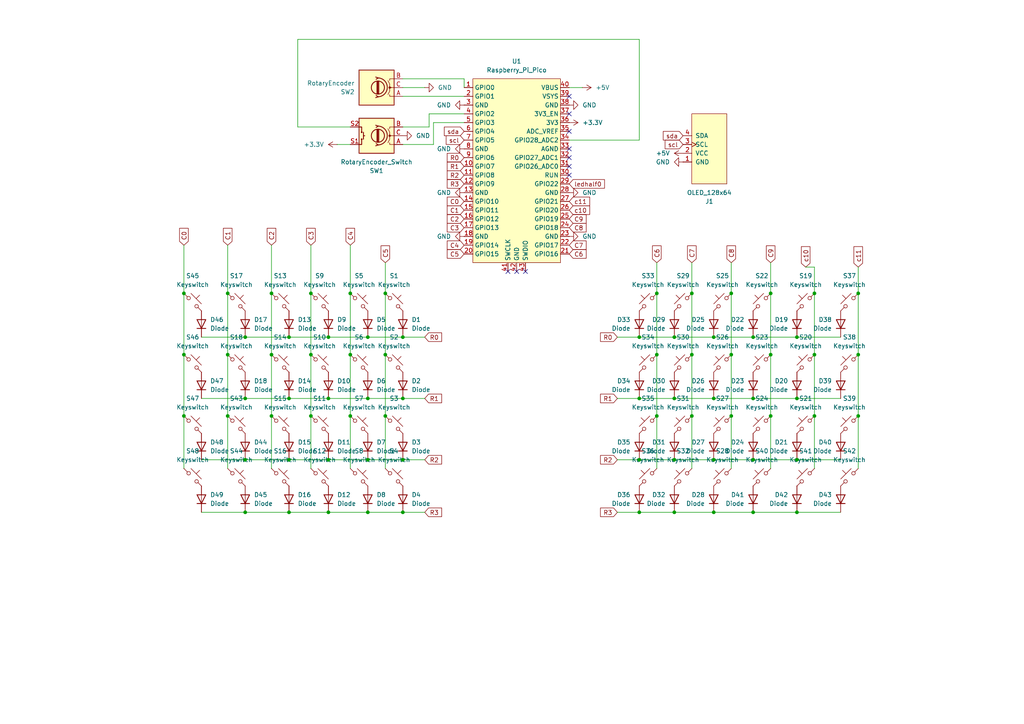
<source format=kicad_sch>
(kicad_sch (version 20231120) (generator "eeschema") (generator_version "8.0")
  (paper "A4")
  (junction (at 207.01 97.79))
  (junction (at 212.09 102.87))
  (junction (at 95.25 133.35))
  (junction (at 71.12 148.59))
  (junction (at 106.68 115.57))
  (junction (at 111.76 102.87))
  (junction (at 71.12 115.57))
  (junction (at 218.44 97.79))
  (junction (at 195.58 97.79))
  (junction (at 83.82 115.57))
  (junction (at 101.6 102.87))
  (junction (at 83.82 148.59))
  (junction (at 190.5 120.65))
  (junction (at 95.25 148.59))
  (junction (at 90.17 102.87))
  (junction (at 190.5 85.09))
  (junction (at 83.82 133.35))
  (junction (at 111.76 85.09))
  (junction (at 223.52 120.65))
  (junction (at 78.74 85.09))
  (junction (at 248.92 102.87))
  (junction (at 90.17 120.65))
  (junction (at 248.92 85.09))
  (junction (at 207.01 148.59))
  (junction (at 231.14 148.59))
  (junction (at 212.09 85.09))
  (junction (at 53.34 102.87))
  (junction (at 53.34 85.09))
  (junction (at 95.25 97.79))
  (junction (at 218.44 115.57))
  (junction (at 231.14 97.79))
  (junction (at 207.01 115.57))
  (junction (at 116.84 97.79))
  (junction (at 200.66 102.87))
  (junction (at 83.82 97.79))
  (junction (at 111.76 120.65))
  (junction (at 78.74 120.65))
  (junction (at 195.58 115.57))
  (junction (at 71.12 133.35))
  (junction (at 218.44 133.35))
  (junction (at 106.68 148.59))
  (junction (at 90.17 85.09))
  (junction (at 71.12 97.79))
  (junction (at 190.5 102.87))
  (junction (at 185.42 115.57))
  (junction (at 231.14 133.35))
  (junction (at 66.04 102.87))
  (junction (at 116.84 133.35))
  (junction (at 200.66 120.65))
  (junction (at 231.14 115.57))
  (junction (at 223.52 85.09))
  (junction (at 236.22 85.09))
  (junction (at 66.04 120.65))
  (junction (at 116.84 148.59))
  (junction (at 116.84 115.57))
  (junction (at 236.22 102.87))
  (junction (at 195.58 148.59))
  (junction (at 185.42 97.79))
  (junction (at 207.01 133.35))
  (junction (at 185.42 133.35))
  (junction (at 78.74 102.87))
  (junction (at 200.66 85.09))
  (junction (at 248.92 120.65))
  (junction (at 185.42 148.59))
  (junction (at 106.68 97.79))
  (junction (at 218.44 148.59))
  (junction (at 101.6 85.09))
  (junction (at 195.58 133.35))
  (junction (at 223.52 102.87))
  (junction (at 101.6 120.65))
  (junction (at 212.09 120.65))
  (junction (at 53.34 120.65))
  (junction (at 66.04 85.09))
  (junction (at 95.25 115.57))
  (junction (at 106.68 133.35))
  (junction (at 236.22 120.65))
  (no_connect (at 165.1 48.26))
  (no_connect (at 165.1 50.8))
  (no_connect (at 165.1 33.02))
  (no_connect (at 149.86 78.74))
  (no_connect (at 191.77 -21.59))
  (no_connect (at 147.32 78.74))
  (no_connect (at 165.1 45.72))
  (no_connect (at 165.1 38.1))
  (no_connect (at 165.1 27.94))
  (no_connect (at 152.4 78.74))
  (no_connect (at 165.1 43.18))
  (no_connect (at 205.74 -27.94))
  (wire (pts (xy 123.19 25.4) (xy 116.84 25.4)))
  (wire (pts (xy 71.12 133.35) (xy 83.82 133.35)))
  (wire (pts (xy 248.92 85.09) (xy 248.92 102.87)))
  (wire (pts (xy 195.58 148.59) (xy 185.42 148.59)))
  (wire (pts (xy 236.22 85.09) (xy 236.22 102.87)))
  (wire (pts (xy 223.52 85.09) (xy 223.52 102.87)))
  (wire (pts (xy 245.11 -53.34) (xy 245.11 -48.26)))
  (wire (pts (xy 229.87 -53.34) (xy 229.87 -48.26)))
  (wire (pts (xy 90.17 102.87) (xy 90.17 120.65)))
  (wire (pts (xy 212.09 76.2) (xy 212.09 85.09)))
  (wire (pts (xy 212.09 102.87) (xy 212.09 120.65)))
  (wire (pts (xy 85.09 -34.29) (xy 85.09 -30.48)))
  (wire (pts (xy 223.52 120.65) (xy 223.52 135.89)))
  (wire (pts (xy 185.42 148.59) (xy 179.07 148.59)))
  (wire (pts (xy 100.33 -34.29) (xy 100.33 -30.48)))
  (wire (pts (xy 134.62 22.86) (xy 134.62 25.4)))
  (wire (pts (xy 195.58 97.79) (xy 185.42 97.79)))
  (wire (pts (xy 185.42 115.57) (xy 179.07 115.57)))
  (wire (pts (xy 78.74 71.12) (xy 78.74 85.09)))
  (wire (pts (xy 161.29 -73.66) (xy 161.29 -69.85)))
  (wire (pts (xy 53.34 120.65) (xy 53.34 135.89)))
  (wire (pts (xy 190.5 85.09) (xy 190.5 102.87)))
  (wire (pts (xy 191.77 -60.96) (xy 191.77 -40.64)))
  (wire (pts (xy 77.47 -41.91) (xy 77.47 -22.86)))
  (wire (pts (xy 124.46 36.83) (xy 124.46 33.02)))
  (wire (pts (xy 71.12 148.59) (xy 58.42 148.59)))
  (wire (pts (xy 100.33 -73.66) (xy 100.33 -69.85)))
  (wire (pts (xy 236.22 102.87) (xy 236.22 120.65)))
  (wire (pts (xy 95.25 148.59) (xy 83.82 148.59)))
  (wire (pts (xy 66.04 102.87) (xy 66.04 120.65)))
  (wire (pts (xy 124.46 33.02) (xy 134.62 33.02)))
  (wire (pts (xy 207.01 97.79) (xy 195.58 97.79)))
  (wire (pts (xy 83.82 133.35) (xy 95.25 133.35)))
  (wire (pts (xy 218.44 115.57) (xy 207.01 115.57)))
  (wire (pts (xy 248.92 120.65) (xy 248.92 135.89)))
  (wire (pts (xy 161.29 -34.29) (xy 161.29 -30.48)))
  (wire (pts (xy 111.76 85.09) (xy 111.76 102.87)))
  (wire (pts (xy 195.58 133.35) (xy 185.42 133.35)))
  (wire (pts (xy 200.66 102.87) (xy 200.66 120.65)))
  (wire (pts (xy 101.6 120.65) (xy 101.6 135.89)))
  (wire (pts (xy 83.82 97.79) (xy 95.25 97.79)))
  (wire (pts (xy 190.5 102.87) (xy 190.5 120.65)))
  (wire (pts (xy 116.84 36.83) (xy 124.46 36.83)))
  (wire (pts (xy 243.84 97.79) (xy 231.14 97.79)))
  (wire (pts (xy 185.42 11.43) (xy 185.42 40.64)))
  (wire (pts (xy 66.04 85.09) (xy 66.04 102.87)))
  (wire (pts (xy 212.09 85.09) (xy 212.09 102.87)))
  (wire (pts (xy 116.84 133.35) (xy 123.19 133.35)))
  (wire (pts (xy 283.21 -40.64) (xy 283.21 -21.59)))
  (wire (pts (xy 66.04 71.12) (xy 66.04 85.09)))
  (wire (pts (xy 71.12 115.57) (xy 83.82 115.57)))
  (wire (pts (xy 95.25 133.35) (xy 106.68 133.35)))
  (wire (pts (xy 180.34 -22.86) (xy 168.91 -22.86)))
  (wire (pts (xy 116.84 148.59) (xy 123.19 148.59)))
  (wire (pts (xy 229.87 -33.02) (xy 229.87 -29.21)))
  (wire (pts (xy 223.52 76.2) (xy 223.52 85.09)))
  (wire (pts (xy 245.11 -72.39) (xy 245.11 -68.58)))
  (wire (pts (xy 260.35 -33.02) (xy 260.35 -29.21)))
  (wire (pts (xy 245.11 -33.02) (xy 245.11 -29.21)))
  (wire (pts (xy 111.76 120.65) (xy 111.76 135.89)))
  (wire (pts (xy 83.82 115.57) (xy 95.25 115.57)))
  (wire (pts (xy 78.74 85.09) (xy 78.74 102.87)))
  (wire (pts (xy 58.42 115.57) (xy 71.12 115.57)))
  (wire (pts (xy 97.79 41.91) (xy 101.6 41.91)))
  (wire (pts (xy 116.84 97.79) (xy 123.19 97.79)))
  (wire (pts (xy 199.39 -53.34) (xy 199.39 -48.26)))
  (wire (pts (xy 231.14 115.57) (xy 218.44 115.57)))
  (wire (pts (xy 200.66 120.65) (xy 200.66 135.89)))
  (wire (pts (xy 146.05 -54.61) (xy 146.05 -49.53)))
  (wire (pts (xy 283.21 -80.01) (xy 283.21 -60.96)))
  (wire (pts (xy 101.6 36.83) (xy 86.36 36.83)))
  (wire (pts (xy 180.34 -80.01) (xy 180.34 -22.86)))
  (wire (pts (xy 115.57 -34.29) (xy 115.57 -30.48)))
  (wire (pts (xy 78.74 102.87) (xy 78.74 120.65)))
  (wire (pts (xy 248.92 102.87) (xy 248.92 120.65)))
  (wire (pts (xy 146.05 -73.66) (xy 146.05 -69.85)))
  (wire (pts (xy 190.5 120.65) (xy 190.5 135.89)))
  (wire (pts (xy 125.73 41.91) (xy 125.73 35.56)))
  (wire (pts (xy 233.68 77.47) (xy 236.22 77.47)))
  (wire (pts (xy 116.84 27.94) (xy 134.62 27.94)))
  (wire (pts (xy 101.6 102.87) (xy 101.6 120.65)))
  (wire (pts (xy 90.17 120.65) (xy 90.17 135.89)))
  (wire (pts (xy 260.35 -72.39) (xy 260.35 -68.58)))
  (wire (pts (xy 185.42 133.35) (xy 179.07 133.35)))
  (wire (pts (xy 130.81 -73.66) (xy 130.81 -69.85)))
  (wire (pts (xy 85.09 -73.66) (xy 85.09 -69.85)))
  (wire (pts (xy 85.09 -54.61) (xy 85.09 -49.53)))
  (wire (pts (xy 106.68 148.59) (xy 116.84 148.59)))
  (wire (pts (xy 86.36 11.43) (xy 185.42 11.43)))
  (wire (pts (xy 106.68 97.79) (xy 116.84 97.79)))
  (wire (pts (xy 100.33 -54.61) (xy 100.33 -49.53)))
  (wire (pts (xy 58.42 133.35) (xy 71.12 133.35)))
  (wire (pts (xy 214.63 -53.34) (xy 214.63 -48.26)))
  (wire (pts (xy 231.14 133.35) (xy 218.44 133.35)))
  (wire (pts (xy 53.34 85.09) (xy 53.34 102.87)))
  (wire (pts (xy 191.77 -80.01) (xy 180.34 -80.01)))
  (wire (pts (xy 190.5 76.2) (xy 190.5 85.09)))
  (wire (pts (xy 260.35 -53.34) (xy 260.35 -48.26)))
  (wire (pts (xy 111.76 76.2) (xy 111.76 85.09)))
  (wire (pts (xy 58.42 97.79) (xy 71.12 97.79)))
  (wire (pts (xy 71.12 97.79) (xy 83.82 97.79)))
  (wire (pts (xy 236.22 77.47) (xy 236.22 85.09)))
  (wire (pts (xy 236.22 120.65) (xy 236.22 135.89)))
  (wire (pts (xy 207.01 115.57) (xy 195.58 115.57)))
  (wire (pts (xy 146.05 -34.29) (xy 146.05 -30.48)))
  (wire (pts (xy 106.68 133.35) (xy 116.84 133.35)))
  (wire (pts (xy 185.42 40.64) (xy 165.1 40.64)))
  (wire (pts (xy 243.84 115.57) (xy 231.14 115.57)))
  (wire (pts (xy 161.29 -54.61) (xy 161.29 -49.53)))
  (wire (pts (xy 115.57 -73.66) (xy 115.57 -69.85)))
  (wire (pts (xy 95.25 115.57) (xy 106.68 115.57)))
  (wire (pts (xy 275.59 -72.39) (xy 275.59 -68.58)))
  (wire (pts (xy 200.66 85.09) (xy 200.66 102.87)))
  (wire (pts (xy 200.66 76.2) (xy 200.66 85.09)))
  (wire (pts (xy 199.39 -72.39) (xy 199.39 -68.58)))
  (wire (pts (xy 53.34 102.87) (xy 53.34 120.65)))
  (wire (pts (xy 53.34 71.12) (xy 53.34 85.09)))
  (wire (pts (xy 115.57 -54.61) (xy 115.57 -49.53)))
  (wire (pts (xy 231.14 148.59) (xy 243.84 148.59)))
  (wire (pts (xy 95.25 148.59) (xy 106.68 148.59)))
  (wire (pts (xy 116.84 115.57) (xy 123.19 115.57)))
  (wire (pts (xy 214.63 -33.02) (xy 214.63 -29.21)))
  (wire (pts (xy 116.84 41.91) (xy 125.73 41.91)))
  (wire (pts (xy 111.76 102.87) (xy 111.76 120.65)))
  (wire (pts (xy 101.6 71.12) (xy 101.6 85.09)))
  (wire (pts (xy 130.81 -54.61) (xy 130.81 -49.53)))
  (wire (pts (xy 95.25 97.79) (xy 106.68 97.79)))
  (wire (pts (xy 275.59 -33.02) (xy 275.59 -29.21)))
  (wire (pts (xy 218.44 97.79) (xy 207.01 97.79)))
  (wire (pts (xy 243.84 133.35) (xy 231.14 133.35)))
  (wire (pts (xy 199.39 -33.02) (xy 199.39 -29.21)))
  (wire (pts (xy 195.58 115.57) (xy 185.42 115.57)))
  (wire (pts (xy 248.92 77.47) (xy 248.92 85.09)))
  (wire (pts (xy 207.01 148.59) (xy 195.58 148.59)))
  (wire (pts (xy 78.74 120.65) (xy 78.74 135.89)))
  (wire (pts (xy 66.04 120.65) (xy 66.04 135.89)))
  (wire (pts (xy 90.17 71.12) (xy 90.17 85.09)))
  (wire (pts (xy 218.44 148.59) (xy 231.14 148.59)))
  (wire (pts (xy 231.14 97.79) (xy 218.44 97.79)))
  (wire (pts (xy 130.81 -34.29) (xy 130.81 -30.48)))
  (wire (pts (xy 77.47 -81.28) (xy 77.47 -62.23)))
  (wire (pts (xy 116.84 22.86) (xy 134.62 22.86)))
  (wire (pts (xy 185.42 97.79) (xy 179.07 97.79)))
  (wire (pts (xy 106.68 115.57) (xy 116.84 115.57)))
  (wire (pts (xy 223.52 102.87) (xy 223.52 120.65)))
  (wire (pts (xy 218.44 133.35) (xy 207.01 133.35)))
  (wire (pts (xy 207.01 148.59) (xy 218.44 148.59)))
  (wire (pts (xy 229.87 -72.39) (xy 229.87 -68.58)))
  (wire (pts (xy 214.63 -72.39) (xy 214.63 -68.58)))
  (wire (pts (xy 207.01 133.35) (xy 195.58 133.35)))
  (wire (pts (xy 168.91 -62.23) (xy 168.91 -41.91)))
  (wire (pts (xy 212.09 120.65) (xy 212.09 135.89)))
  (wire (pts (xy 83.82 148.59) (xy 71.12 148.59)))
  (wire (pts (xy 86.36 36.83) (xy 86.36 11.43)))
  (wire (pts (xy 275.59 -53.34) (xy 275.59 -48.26)))
  (wire (pts (xy 125.73 35.56) (xy 134.62 35.56)))
  (wire (pts (xy 90.17 85.09) (xy 90.17 102.87)))
  (wire (pts (xy 101.6 85.09) (xy 101.6 102.87)))
  (wire (pts (xy 168.91 25.4) (xy 165.1 25.4)))
  (global_label "R0" (shape input) (at 134.62 45.72 180) (property "Intersheetrefs" "${INTERSHEET_REFS}" (effects (hide yes))))
  (global_label "scl" (shape input) (at 198.12 41.91 180) (property "Intersheetrefs" "${INTERSHEET_REFS}" (effects (hide yes))))
  (global_label "sda" (shape input) (at 134.62 38.1 180) (property "Intersheetrefs" "${INTERSHEET_REFS}" (effects (hide yes))))
  (global_label "c10" (shape input) (at 233.68 77.47 90) (property "Intersheetrefs" "${INTERSHEET_REFS}" (effects (hide yes))))
  (global_label "C5" (shape input) (at 134.62 73.66 180) (property "Intersheetrefs" "${INTERSHEET_REFS}" (effects (hide yes))))
  (global_label "c10" (shape input) (at 165.1 60.96 0) (property "Intersheetrefs" "${INTERSHEET_REFS}" (effects (hide yes))))
  (global_label "c11" (shape input) (at 248.92 77.47 90) (property "Intersheetrefs" "${INTERSHEET_REFS}" (effects (hide yes))))
  (global_label "R1" (shape input) (at 179.07 115.57 180) (property "Intersheetrefs" "${INTERSHEET_REFS}" (effects (hide yes))))
  (global_label "C1" (shape input) (at 66.04 71.12 90) (property "Intersheetrefs" "${INTERSHEET_REFS}" (effects (hide yes))))
  (global_label "C8" (shape input) (at 165.1 66.04 0) (property "Intersheetrefs" "${INTERSHEET_REFS}" (effects (hide yes))))
  (global_label "c11" (shape input) (at 165.1 58.42 0) (property "Intersheetrefs" "${INTERSHEET_REFS}" (effects (hide yes))))
  (global_label "C9" (shape input) (at 223.52 76.2 90) (property "Intersheetrefs" "${INTERSHEET_REFS}" (effects (hide yes))))
  (global_label "R0" (shape input) (at 123.19 97.79 0) (property "Intersheetrefs" "${INTERSHEET_REFS}" (effects (hide yes))))
  (global_label "C2" (shape input) (at 78.74 71.12 90) (property "Intersheetrefs" "${INTERSHEET_REFS}" (effects (hide yes))))
  (global_label "scl" (shape input) (at 134.62 40.64 180) (property "Intersheetrefs" "${INTERSHEET_REFS}" (effects (hide yes))))
  (global_label "R3" (shape input) (at 134.62 53.34 180) (property "Intersheetrefs" "${INTERSHEET_REFS}" (effects (hide yes))))
  (global_label "R3" (shape input) (at 123.19 148.59 0) (property "Intersheetrefs" "${INTERSHEET_REFS}" (effects (hide yes))))
  (global_label "R3" (shape input) (at 179.07 148.59 180) (property "Intersheetrefs" "${INTERSHEET_REFS}" (effects (hide yes))))
  (global_label "C6" (shape input) (at 190.5 76.2 90) (property "Intersheetrefs" "${INTERSHEET_REFS}" (effects (hide yes))))
  (global_label "C5" (shape input) (at 111.76 76.2 90) (property "Intersheetrefs" "${INTERSHEET_REFS}" (effects (hide yes))))
  (global_label "R2" (shape input) (at 123.19 133.35 0) (property "Intersheetrefs" "${INTERSHEET_REFS}" (effects (hide yes))))
  (global_label "R1" (shape input) (at 123.19 115.57 0) (property "Intersheetrefs" "${INTERSHEET_REFS}" (effects (hide yes))))
  (global_label "C6" (shape input) (at 165.1 73.66 0) (property "Intersheetrefs" "${INTERSHEET_REFS}" (effects (hide yes))))
  (global_label "C9" (shape input) (at 165.1 63.5 0) (property "Intersheetrefs" "${INTERSHEET_REFS}" (effects (hide yes))))
  (global_label "ledhalf0" (shape input) (at 168.91 -81.28 0) (property "Intersheetrefs" "${INTERSHEET_REFS}" (effects (hide yes))))
  (global_label "R2" (shape input) (at 179.07 133.35 180) (property "Intersheetrefs" "${INTERSHEET_REFS}" (effects (hide yes))))
  (global_label "C0" (shape input) (at 53.34 71.12 90) (property "Intersheetrefs" "${INTERSHEET_REFS}" (effects (hide yes))))
  (global_label "C3" (shape input) (at 90.17 71.12 90) (property "Intersheetrefs" "${INTERSHEET_REFS}" (effects (hide yes))))
  (global_label "R2" (shape input) (at 134.62 50.8 180) (property "Intersheetrefs" "${INTERSHEET_REFS}" (effects (hide yes))))
  (global_label "C4" (shape input) (at 101.6 71.12 90) (property "Intersheetrefs" "${INTERSHEET_REFS}" (effects (hide yes))))
  (global_label "sda" (shape input) (at 198.12 39.37 180) (property "Intersheetrefs" "${INTERSHEET_REFS}" (effects (hide yes))))
  (global_label "C7" (shape input) (at 165.1 71.12 0) (property "Intersheetrefs" "${INTERSHEET_REFS}" (effects (hide yes))))
  (global_label "C4" (shape input) (at 134.62 71.12 180) (property "Intersheetrefs" "${INTERSHEET_REFS}" (effects (hide yes))))
  (global_label "C8" (shape input) (at 212.09 76.2 90) (property "Intersheetrefs" "${INTERSHEET_REFS}" (effects (hide yes))))
  (global_label "C3" (shape input) (at 134.62 66.04 180) (property "Intersheetrefs" "${INTERSHEET_REFS}" (effects (hide yes))))
  (global_label "R0" (shape input) (at 179.07 97.79 180) (property "Intersheetrefs" "${INTERSHEET_REFS}" (effects (hide yes))))
  (global_label "C7" (shape input) (at 200.66 76.2 90) (property "Intersheetrefs" "${INTERSHEET_REFS}" (effects (hide yes))))
  (global_label "R1" (shape input) (at 134.62 48.26 180) (property "Intersheetrefs" "${INTERSHEET_REFS}" (effects (hide yes))))
  (global_label "C2" (shape input) (at 134.62 63.5 180) (property "Intersheetrefs" "${INTERSHEET_REFS}" (effects (hide yes))))
  (global_label "ledhalf0" (shape input) (at 165.1 53.34 0) (property "Intersheetrefs" "${INTERSHEET_REFS}" (effects (hide yes))))
  (global_label "C0" (shape input) (at 134.62 58.42 180) (property "Intersheetrefs" "${INTERSHEET_REFS}" (effects (hide yes))))
  (global_label "C1" (shape input) (at 134.62 60.96 180) (property "Intersheetrefs" "${INTERSHEET_REFS}" (effects (hide yes))))
  (symbol (lib_id "power:GND") (at 275.59 -13.97 0) (unit 1)
    (property "Reference" "#PWR021" (effects (hide yes)))
    (property "Value" "GND" (at 275.59 -7.62 0))
    (property "Description" "Power symbol creates a global label with name \"GND\" , ground" (effects (hide yes)))
  )
  (symbol (lib_id "ScottoKeebs:Placeholder_Keyswitch") (at 114.3 138.43 0) (unit 1)
    (property "Reference" "S4" (at 114.3 130.81 0))
    (property "Value" "Keyswitch" (at 114.3 133.35 0))
    (property "Footprint" "ScottoKeebs_MX:MX_PCB" (effects (hide yes)))
    (property "Description" "Push button switch, normally open, two pins, 45° tilted" (effects (hide yes)))
  )
  (symbol (lib_id "ScottoKeebs:Placeholder_Diode") (at 185.42 93.98 270) (mirror x) (unit 1)
    (property "Reference" "D33" (at 182.88 92.7099 90) (effects (justify right)))
    (property "Value" "Diode" (at 182.88 95.2499 90) (effects (justify right)))
    (property "Footprint" "ScottoKeebs_Components:Diode_DO-35" (effects (hide yes)))
    (property "Description" "1N4148 (DO-35) or 1N4148W (SOD-123)" (effects (hide yes)))
    (property "Sim.Device" "D" (effects (hide yes)))
    (property "Sim.Pins" "1=K 2=A" (effects (hide yes)))
  )
  (symbol (lib_id "ScottoKeebs:LED_SK6812MINI") (at 245.11 -40.64 0) (unit 1)
    (property "Reference" "D88" (at 259.08 -46.9586 0))
    (property "Value" "LED_SK6812MINI" (at 259.08 -44.4186 0))
    (property "Footprint" "ScottoKeebs_Components:LED_SK6812MINI" (effects (hide yes)))
    (property "Datasheet" "https://cdn-shop.adafruit.com/product-files/2686/SK6812MINI_REV.01-1-2.pdf" (effects (hide yes)))
    (property "Description" "RGB LED with integrated controller" (effects (hide yes)))
  )
  (symbol (lib_id "ScottoKeebs:Placeholder_Diode") (at 58.42 129.54 90) (unit 1)
    (property "Reference" "D48" (at 60.96 128.2699 90) (effects (justify right)))
    (property "Value" "Diode" (at 60.96 130.8099 90) (effects (justify right)))
    (property "Footprint" "ScottoKeebs_Components:Diode_DO-35" (effects (hide yes)))
    (property "Description" "1N4148 (DO-35) or 1N4148W (SOD-123)" (effects (hide yes)))
    (property "Sim.Device" "D" (effects (hide yes)))
    (property "Sim.Pins" "1=K 2=A" (effects (hide yes)))
  )
  (symbol (lib_id "power:GND") (at 165.1 30.48 90) (unit 1)
    (property "Reference" "#PWR05" (effects (hide yes)))
    (property "Value" "GND" (at 168.91 30.4799 90) (effects (justify right)))
    (property "Description" "Power symbol creates a global label with name \"GND\" , ground" (effects (hide yes)))
  )
  (symbol (lib_id "ScottoKeebs:MCU_Raspberry_Pi_Pico") (at 149.86 49.53 0) (unit 1)
    (property "Reference" "U1" (at 149.86 17.78 0))
    (property "Value" "Raspberry_Pi_Pico" (at 149.86 20.32 0))
    (property "Footprint" "ScottoKeebs_MCU:Raspberry_Pi_Pico" (effects (hide yes)))
  )
  (symbol (lib_id "power:GND") (at 214.63 -13.97 0) (unit 1)
    (property "Reference" "#PWR017" (effects (hide yes)))
    (property "Value" "GND" (at 214.63 -7.62 0))
    (property "Description" "Power symbol creates a global label with name \"GND\" , ground" (effects (hide yes)))
  )
  (symbol (lib_id "ScottoKeebs:Placeholder_Diode") (at 195.58 144.78 270) (mirror x) (unit 1)
    (property "Reference" "D32" (at 193.04 143.5099 90) (effects (justify right)))
    (property "Value" "Diode" (at 193.04 146.0499 90) (effects (justify right)))
    (property "Footprint" "ScottoKeebs_Components:Diode_DO-35" (effects (hide yes)))
    (property "Description" "1N4148 (DO-35) or 1N4148W (SOD-123)" (effects (hide yes)))
    (property "Sim.Device" "D" (effects (hide yes)))
    (property "Sim.Pins" "1=K 2=A" (effects (hide yes)))
  )
  (symbol (lib_id "ScottoKeebs:Placeholder_Keyswitch") (at 220.98 123.19 0) (mirror y) (unit 1)
    (property "Reference" "S24" (at 220.98 115.57 0))
    (property "Value" "Keyswitch" (at 220.98 118.11 0))
    (property "Footprint" "ScottoKeebs_MX:MX_PCB" (effects (hide yes)))
    (property "Description" "Push button switch, normally open, two pins, 45° tilted" (effects (hide yes)))
  )
  (symbol (lib_id "ScottoKeebs:Placeholder_Diode") (at 95.25 129.54 90) (unit 1)
    (property "Reference" "D11" (at 97.79 128.2699 90) (effects (justify right)))
    (property "Value" "Diode" (at 97.79 130.8099 90) (effects (justify right)))
    (property "Footprint" "ScottoKeebs_Components:Diode_DO-35" (effects (hide yes)))
    (property "Description" "1N4148 (DO-35) or 1N4148W (SOD-123)" (effects (hide yes)))
    (property "Sim.Device" "D" (effects (hide yes)))
    (property "Sim.Pins" "1=K 2=A" (effects (hide yes)))
  )
  (symbol (lib_id "ScottoKeebs:Placeholder_Keyswitch") (at 81.28 87.63 0) (unit 1)
    (property "Reference" "S13" (at 81.28 80.01 0))
    (property "Value" "Keyswitch" (at 81.28 82.55 0))
    (property "Footprint" "ScottoKeebs_MX:MX_PCB" (effects (hide yes)))
    (property "Description" "Push button switch, normally open, two pins, 45° tilted" (effects (hide yes)))
  )
  (symbol (lib_id "ScottoKeebs:Placeholder_Diode") (at 95.25 144.78 90) (unit 1)
    (property "Reference" "D12" (at 97.79 143.5099 90) (effects (justify right)))
    (property "Value" "Diode" (at 97.79 146.0499 90) (effects (justify right)))
    (property "Footprint" "ScottoKeebs_Components:Diode_DO-35" (effects (hide yes)))
    (property "Description" "1N4148 (DO-35) or 1N4148W (SOD-123)" (effects (hide yes)))
    (property "Sim.Device" "D" (effects (hide yes)))
    (property "Sim.Pins" "1=K 2=A" (effects (hide yes)))
  )
  (symbol (lib_id "ScottoKeebs:Placeholder_Keyswitch") (at 92.71 105.41 0) (unit 1)
    (property "Reference" "S10" (at 92.71 97.79 0))
    (property "Value" "Keyswitch" (at 92.71 100.33 0))
    (property "Footprint" "ScottoKeebs_MX:MX_PCB" (effects (hide yes)))
    (property "Description" "Push button switch, normally open, two pins, 45° tilted" (effects (hide yes)))
  )
  (symbol (lib_id "power:+5V") (at 168.91 25.4 270) (unit 1)
    (property "Reference" "#PWR023" (effects (hide yes)))
    (property "Value" "+5V" (at 172.72 25.3999 90) (effects (justify left)))
    (property "Description" "Power symbol creates a global label with name \"+5V\"" (effects (hide yes)))
  )
  (symbol (lib_id "ScottoKeebs:Placeholder_Diode") (at 83.82 129.54 90) (unit 1)
    (property "Reference" "D15" (at 86.36 128.2699 90) (effects (justify right)))
    (property "Value" "Diode" (at 86.36 130.8099 90) (effects (justify right)))
    (property "Footprint" "ScottoKeebs_Components:Diode_DO-35" (effects (hide yes)))
    (property "Description" "1N4148 (DO-35) or 1N4148W (SOD-123)" (effects (hide yes)))
    (property "Sim.Device" "D" (effects (hide yes)))
    (property "Sim.Pins" "1=K 2=A" (effects (hide yes)))
  )
  (symbol (lib_id "power:+5V") (at 245.11 -87.63 0) (unit 1)
    (property "Reference" "#PWR034" (effects (hide yes)))
    (property "Value" "+5V" (at 245.11 -91.44 0))
    (property "Description" "Power symbol creates a global label with name \"+5V\"" (effects (hide yes)))
  )
  (symbol (lib_id "ScottoKeebs:LED_SK6812MINI") (at 85.09 -81.28 0) (mirror y) (unit 1)
    (property "Reference" "D55" (at 71.12 -87.5986 0))
    (property "Value" "LED_SK6812MINI" (at 71.12 -85.0586 0))
    (property "Footprint" "ScottoKeebs_Components:LED_SK6812MINI" (effects (hide yes)))
    (property "Datasheet" "https://cdn-shop.adafruit.com/product-files/2686/SK6812MINI_REV.01-1-2.pdf" (effects (hide yes)))
    (property "Description" "RGB LED with integrated controller" (effects (hide yes)))
  )
  (symbol (lib_id "ScottoKeebs:LED_SK6812MINI") (at 146.05 -41.91 0) (mirror y) (unit 1)
    (property "Reference" "D70" (at 132.08 -48.2286 0))
    (property "Value" "LED_SK6812MINI" (at 132.08 -45.6886 0))
    (property "Footprint" "ScottoKeebs_Components:LED_SK6812MINI" (effects (hide yes)))
    (property "Datasheet" "https://cdn-shop.adafruit.com/product-files/2686/SK6812MINI_REV.01-1-2.pdf" (effects (hide yes)))
    (property "Description" "RGB LED with integrated controller" (effects (hide yes)))
  )
  (symbol (lib_id "ScottoKeebs:Placeholder_Diode") (at 95.25 93.98 90) (unit 1)
    (property "Reference" "D9" (at 97.79 92.7099 90) (effects (justify right)))
    (property "Value" "Diode" (at 97.79 95.2499 90) (effects (justify right)))
    (property "Footprint" "ScottoKeebs_Components:Diode_DO-35" (effects (hide yes)))
    (property "Description" "1N4148 (DO-35) or 1N4148W (SOD-123)" (effects (hide yes)))
    (property "Sim.Device" "D" (effects (hide yes)))
    (property "Sim.Pins" "1=K 2=A" (effects (hide yes)))
  )
  (symbol (lib_id "ScottoKeebs:Placeholder_Diode") (at 116.84 144.78 90) (unit 1)
    (property "Reference" "D4" (at 119.38 143.5099 90) (effects (justify right)))
    (property "Value" "Diode" (at 119.38 146.0499 90) (effects (justify right)))
    (property "Footprint" "ScottoKeebs_Components:Diode_DO-35" (effects (hide yes)))
    (property "Description" "1N4148 (DO-35) or 1N4148W (SOD-123)" (effects (hide yes)))
    (property "Sim.Device" "D" (effects (hide yes)))
    (property "Sim.Pins" "1=K 2=A" (effects (hide yes)))
  )
  (symbol (lib_id "ScottoKeebs:Placeholder_Diode") (at 195.58 111.76 270) (mirror x) (unit 1)
    (property "Reference" "D30" (at 193.04 110.4899 90) (effects (justify right)))
    (property "Value" "Diode" (at 193.04 113.0299 90) (effects (justify right)))
    (property "Footprint" "ScottoKeebs_Components:Diode_DO-35" (effects (hide yes)))
    (property "Description" "1N4148 (DO-35) or 1N4148W (SOD-123)" (effects (hide yes)))
    (property "Sim.Device" "D" (effects (hide yes)))
    (property "Sim.Pins" "1=K 2=A" (effects (hide yes)))
  )
  (symbol (lib_id "ScottoKeebs:Placeholder_Diode") (at 116.84 129.54 90) (unit 1)
    (property "Reference" "D3" (at 119.38 128.2699 90) (effects (justify right)))
    (property "Value" "Diode" (at 119.38 130.8099 90) (effects (justify right)))
    (property "Footprint" "ScottoKeebs_Components:Diode_DO-35" (effects (hide yes)))
    (property "Description" "1N4148 (DO-35) or 1N4148W (SOD-123)" (effects (hide yes)))
    (property "Sim.Device" "D" (effects (hide yes)))
    (property "Sim.Pins" "1=K 2=A" (effects (hide yes)))
  )
  (symbol (lib_id "ScottoKeebs:Placeholder_Keyswitch") (at 187.96 87.63 0) (mirror y) (unit 1)
    (property "Reference" "S33" (at 187.96 80.01 0))
    (property "Value" "Keyswitch" (at 187.96 82.55 0))
    (property "Footprint" "ScottoKeebs_MX:MX_PCB" (effects (hide yes)))
    (property "Description" "Push button switch, normally open, two pins, 45° tilted" (effects (hide yes)))
  )
  (symbol (lib_id "ScottoKeebs:Placeholder_Diode") (at 231.14 129.54 270) (mirror x) (unit 1)
    (property "Reference" "D21" (at 228.6 128.2699 90) (effects (justify right)))
    (property "Value" "Diode" (at 228.6 130.8099 90) (effects (justify right)))
    (property "Footprint" "ScottoKeebs_Components:Diode_DO-35" (effects (hide yes)))
    (property "Description" "1N4148 (DO-35) or 1N4148W (SOD-123)" (effects (hide yes)))
    (property "Sim.Device" "D" (effects (hide yes)))
    (property "Sim.Pins" "1=K 2=A" (effects (hide yes)))
  )
  (symbol (lib_id "ScottoKeebs:Placeholder_Keyswitch") (at 55.88 138.43 0) (unit 1)
    (property "Reference" "S48" (at 55.88 130.81 0))
    (property "Value" "Keyswitch" (at 55.88 133.35 0))
    (property "Footprint" "ScottoKeebs_MX:MX_PCB" (effects (hide yes)))
    (property "Description" "Push button switch, normally open, two pins, 45° tilted" (effects (hide yes)))
  )
  (symbol (lib_id "ScottoKeebs:Placeholder_Diode") (at 83.82 144.78 90) (unit 1)
    (property "Reference" "D16" (at 86.36 143.5099 90) (effects (justify right)))
    (property "Value" "Diode" (at 86.36 146.0499 90) (effects (justify right)))
    (property "Footprint" "ScottoKeebs_Components:Diode_DO-35" (effects (hide yes)))
    (property "Description" "1N4148 (DO-35) or 1N4148W (SOD-123)" (effects (hide yes)))
    (property "Sim.Device" "D" (effects (hide yes)))
    (property "Sim.Pins" "1=K 2=A" (effects (hide yes)))
  )
  (symbol (lib_id "ScottoKeebs:Placeholder_Keyswitch") (at 92.71 123.19 0) (unit 1)
    (property "Reference" "S11" (at 92.71 115.57 0))
    (property "Value" "Keyswitch" (at 92.71 118.11 0))
    (property "Footprint" "ScottoKeebs_MX:MX_PCB" (effects (hide yes)))
    (property "Description" "Push button switch, normally open, two pins, 45° tilted" (effects (hide yes)))
  )
  (symbol (lib_id "ScottoKeebs:Placeholder_Keyswitch") (at 104.14 123.19 0) (unit 1)
    (property "Reference" "S7" (at 104.14 115.57 0))
    (property "Value" "Keyswitch" (at 104.14 118.11 0))
    (property "Footprint" "ScottoKeebs_MX:MX_PCB" (effects (hide yes)))
    (property "Description" "Push button switch, normally open, two pins, 45° tilted" (effects (hide yes)))
  )
  (symbol (lib_id "ScottoKeebs:Placeholder_Keyswitch") (at 81.28 105.41 0) (unit 1)
    (property "Reference" "S14" (at 81.28 97.79 0))
    (property "Value" "Keyswitch" (at 81.28 100.33 0))
    (property "Footprint" "ScottoKeebs_MX:MX_PCB" (effects (hide yes)))
    (property "Description" "Push button switch, normally open, two pins, 45° tilted" (effects (hide yes)))
  )
  (symbol (lib_id "ScottoKeebs:LED_SK6812MINI") (at 130.81 -22.86 0) (unit 1)
    (property "Reference" "D75" (at 144.78 -29.1786 0))
    (property "Value" "LED_SK6812MINI" (at 144.78 -26.6386 0))
    (property "Footprint" "ScottoKeebs_Components:LED_SK6812MINI" (effects (hide yes)))
    (property "Datasheet" "https://cdn-shop.adafruit.com/product-files/2686/SK6812MINI_REV.01-1-2.pdf" (effects (hide yes)))
    (property "Description" "RGB LED with integrated controller" (effects (hide yes)))
  )
  (symbol (lib_id "power:+5V") (at 115.57 -88.9 0) (mirror y) (unit 1)
    (property "Reference" "#PWR028" (effects (hide yes)))
    (property "Value" "+5V" (at 115.57 -92.71 0))
    (property "Description" "Power symbol creates a global label with name \"+5V\"" (effects (hide yes)))
  )
  (symbol (lib_id "ScottoKeebs:Placeholder_Keyswitch") (at 198.12 105.41 0) (mirror y) (unit 1)
    (property "Reference" "S30" (at 198.12 97.79 0))
    (property "Value" "Keyswitch" (at 198.12 100.33 0))
    (property "Footprint" "ScottoKeebs_MX:MX_PCB" (effects (hide yes)))
    (property "Description" "Push button switch, normally open, two pins, 45° tilted" (effects (hide yes)))
  )
  (symbol (lib_id "power:+5V") (at 198.12 44.45 90) (unit 1)
    (property "Reference" "#PWR024" (effects (hide yes)))
    (property "Value" "+5V" (at 194.31 44.4499 90) (effects (justify left)))
    (property "Description" "Power symbol creates a global label with name \"+5V\"" (effects (hide yes)))
  )
  (symbol (lib_id "ScottoKeebs:LED_SK6812MINI") (at 100.33 -22.86 0) (unit 1)
    (property "Reference" "D71" (at 114.3 -29.1786 0))
    (property "Value" "LED_SK6812MINI" (at 114.3 -26.6386 0))
    (property "Footprint" "ScottoKeebs_Components:LED_SK6812MINI" (effects (hide yes)))
    (property "Datasheet" "https://cdn-shop.adafruit.com/product-files/2686/SK6812MINI_REV.01-1-2.pdf" (effects (hide yes)))
    (property "Description" "RGB LED with integrated controller" (effects (hide yes)))
  )
  (symbol (lib_id "ScottoKeebs:LED_SK6812MINI") (at 245.11 -80.01 0) (unit 1)
    (property "Reference" "D86" (at 259.08 -86.3286 0))
    (property "Value" "LED_SK6812MINI" (at 259.08 -83.7886 0))
    (property "Footprint" "ScottoKeebs_Components:LED_SK6812MINI" (effects (hide yes)))
    (property "Datasheet" "https://cdn-shop.adafruit.com/product-files/2686/SK6812MINI_REV.01-1-2.pdf" (effects (hide yes)))
    (property "Description" "RGB LED with integrated controller" (effects (hide yes)))
  )
  (symbol (lib_id "ScottoKeebs:LED_SK6812MINI") (at 275.59 -80.01 0) (unit 1)
    (property "Reference" "D94" (at 289.56 -86.3286 0))
    (property "Value" "LED_SK6812MINI" (at 289.56 -83.7886 0))
    (property "Footprint" "ScottoKeebs_Components:LED_SK6812MINI" (effects (hide yes)))
    (property "Datasheet" "https://cdn-shop.adafruit.com/product-files/2686/SK6812MINI_REV.01-1-2.pdf" (effects (hide yes)))
    (property "Description" "RGB LED with integrated controller" (effects (hide yes)))
  )
  (symbol (lib_id "ScottoKeebs:LED_SK6812MINI") (at 245.11 -60.96 0) (mirror y) (unit 1)
    (property "Reference" "D87" (at 231.14 -67.2786 0))
    (property "Value" "LED_SK6812MINI" (at 231.14 -64.7386 0))
    (property "Footprint" "ScottoKeebs_Components:LED_SK6812MINI" (effects (hide yes)))
    (property "Datasheet" "https://cdn-shop.adafruit.com/product-files/2686/SK6812MINI_REV.01-1-2.pdf" (effects (hide yes)))
    (property "Description" "RGB LED with integrated controller" (effects (hide yes)))
  )
  (symbol (lib_id "power:+5V") (at 146.05 -88.9 0) (mirror y) (unit 1)
    (property "Reference" "#PWR026" (effects (hide yes)))
    (property "Value" "+5V" (at 146.05 -92.71 0))
    (property "Description" "Power symbol creates a global label with name \"+5V\"" (effects (hide yes)))
  )
  (symbol (lib_id "ScottoKeebs:LED_SK6812MINI") (at 130.81 -62.23 0) (unit 1)
    (property "Reference" "D65" (at 144.78 -68.5486 0))
    (property "Value" "LED_SK6812MINI" (at 144.78 -66.0086 0))
    (property "Footprint" "ScottoKeebs_Components:LED_SK6812MINI" (effects (hide yes)))
    (property "Datasheet" "https://cdn-shop.adafruit.com/product-files/2686/SK6812MINI_REV.01-1-2.pdf" (effects (hide yes)))
    (property "Description" "RGB LED with integrated controller" (effects (hide yes)))
  )
  (symbol (lib_id "ScottoKeebs:Placeholder_Keyswitch") (at 55.88 105.41 0) (unit 1)
    (property "Reference" "S46" (at 55.88 97.79 0))
    (property "Value" "Keyswitch" (at 55.88 100.33 0))
    (property "Footprint" "ScottoKeebs_MX:MX_PCB" (effects (hide yes)))
    (property "Description" "Push button switch, normally open, two pins, 45° tilted" (effects (hide yes)))
  )
  (symbol (lib_id "ScottoKeebs:Placeholder_Diode") (at 243.84 111.76 270) (mirror x) (unit 1)
    (property "Reference" "D39" (at 241.3 110.4899 90) (effects (justify right)))
    (property "Value" "Diode" (at 241.3 113.0299 90) (effects (justify right)))
    (property "Footprint" "ScottoKeebs_Components:Diode_DO-35" (effects (hide yes)))
    (property "Description" "1N4148 (DO-35) or 1N4148W (SOD-123)" (effects (hide yes)))
    (property "Sim.Device" "D" (effects (hide yes)))
    (property "Sim.Pins" "1=K 2=A" (effects (hide yes)))
  )
  (symbol (lib_id "power:GND") (at 229.87 -13.97 0) (unit 1)
    (property "Reference" "#PWR018" (effects (hide yes)))
    (property "Value" "GND" (at 229.87 -7.62 0))
    (property "Description" "Power symbol creates a global label with name \"GND\" , ground" (effects (hide yes)))
  )
  (symbol (lib_id "power:GND") (at 165.1 55.88 90) (unit 1)
    (property "Reference" "#PWR06" (effects (hide yes)))
    (property "Value" "GND" (at 168.91 55.8799 90) (effects (justify right)))
    (property "Description" "Power symbol creates a global label with name \"GND\" , ground" (effects (hide yes)))
  )
  (symbol (lib_id "ScottoKeebs:Placeholder_Diode") (at 207.01 129.54 270) (mirror x) (unit 1)
    (property "Reference" "D27" (at 204.47 128.2699 90) (effects (justify right)))
    (property "Value" "Diode" (at 204.47 130.8099 90) (effects (justify right)))
    (property "Footprint" "ScottoKeebs_Components:Diode_DO-35" (effects (hide yes)))
    (property "Description" "1N4148 (DO-35) or 1N4148W (SOD-123)" (effects (hide yes)))
    (property "Sim.Device" "D" (effects (hide yes)))
    (property "Sim.Pins" "1=K 2=A" (effects (hide yes)))
  )
  (symbol (lib_id "ScottoKeebs:Placeholder_Keyswitch") (at 55.88 123.19 0) (unit 1)
    (property "Reference" "S47" (at 55.88 115.57 0))
    (property "Value" "Keyswitch" (at 55.88 118.11 0))
    (property "Footprint" "ScottoKeebs_MX:MX_PCB" (effects (hide yes)))
    (property "Description" "Push button switch, normally open, two pins, 45° tilted" (effects (hide yes)))
  )
  (symbol (lib_id "ScottoKeebs:Placeholder_Diode") (at 207.01 144.78 270) (mirror x) (unit 1)
    (property "Reference" "D28" (at 204.47 143.5099 90) (effects (justify right)))
    (property "Value" "Diode" (at 204.47 146.0499 90) (effects (justify right)))
    (property "Footprint" "ScottoKeebs_Components:Diode_DO-35" (effects (hide yes)))
    (property "Description" "1N4148 (DO-35) or 1N4148W (SOD-123)" (effects (hide yes)))
    (property "Sim.Device" "D" (effects (hide yes)))
    (property "Sim.Pins" "1=K 2=A" (effects (hide yes)))
  )
  (symbol (lib_id "ScottoKeebs:Placeholder_Diode") (at 106.68 144.78 90) (unit 1)
    (property "Reference" "D8" (at 109.22 143.5099 90) (effects (justify right)))
    (property "Value" "Diode" (at 109.22 146.0499 90) (effects (justify right)))
    (property "Footprint" "ScottoKeebs_Components:Diode_DO-35" (effects (hide yes)))
    (property "Description" "1N4148 (DO-35) or 1N4148W (SOD-123)" (effects (hide yes)))
    (property "Sim.Device" "D" (effects (hide yes)))
    (property "Sim.Pins" "1=K 2=A" (effects (hide yes)))
  )
  (symbol (lib_id "ScottoKeebs:LED_SK6812MINI") (at 115.57 -81.28 0) (mirror y) (unit 1)
    (property "Reference" "D53" (at 101.6 -87.5986 0))
    (property "Value" "LED_SK6812MINI" (at 101.6 -85.0586 0))
    (property "Footprint" "ScottoKeebs_Components:LED_SK6812MINI" (effects (hide yes)))
    (property "Datasheet" "https://cdn-shop.adafruit.com/product-files/2686/SK6812MINI_REV.01-1-2.pdf" (effects (hide yes)))
    (property "Description" "RGB LED with integrated controller" (effects (hide yes)))
  )
  (symbol (lib_id "power:GND") (at 198.12 46.99 270) (unit 1)
    (property "Reference" "#PWR022" (effects (hide yes)))
    (property "Value" "GND" (at 194.31 46.9901 90) (effects (justify right)))
    (property "Description" "Power symbol creates a global label with name \"GND\" , ground" (effects (hide yes)))
  )
  (symbol (lib_id "ScottoKeebs:Placeholder_Diode") (at 185.42 144.78 270) (mirror x) (unit 1)
    (property "Reference" "D36" (at 182.88 143.5099 90) (effects (justify right)))
    (property "Value" "Diode" (at 182.88 146.0499 90) (effects (justify right)))
    (property "Footprint" "ScottoKeebs_Components:Diode_DO-35" (effects (hide yes)))
    (property "Description" "1N4148 (DO-35) or 1N4148W (SOD-123)" (effects (hide yes)))
    (property "Sim.Device" "D" (effects (hide yes)))
    (property "Sim.Pins" "1=K 2=A" (effects (hide yes)))
  )
  (symbol (lib_id "ScottoKeebs:LED_SK6812MINI") (at 85.09 -62.23 0) (unit 1)
    (property "Reference" "D62" (at 99.06 -68.5486 0))
    (property "Value" "LED_SK6812MINI" (at 99.06 -66.0086 0))
    (property "Footprint" "ScottoKeebs_Components:LED_SK6812MINI" (effects (hide yes)))
    (property "Datasheet" "https://cdn-shop.adafruit.com/product-files/2686/SK6812MINI_REV.01-1-2.pdf" (effects (hide yes)))
    (property "Description" "RGB LED with integrated controller" (effects (hide yes)))
  )
  (symbol (lib_id "ScottoKeebs:LED_SK6812MINI") (at 214.63 -40.64 0) (unit 1)
    (property "Reference" "D80" (at 228.6 -46.9586 0))
    (property "Value" "LED_SK6812MINI" (at 228.6 -44.4186 0))
    (property "Footprint" "ScottoKeebs_Components:LED_SK6812MINI" (effects (hide yes)))
    (property "Datasheet" "https://cdn-shop.adafruit.com/product-files/2686/SK6812MINI_REV.01-1-2.pdf" (effects (hide yes)))
    (property "Description" "RGB LED with integrated controller" (effects (hide yes)))
  )
  (symbol (lib_id "ScottoKeebs:LED_SK6812MINI") (at 115.57 -22.86 0) (unit 1)
    (property "Reference" "D73" (at 129.54 -29.1786 0))
    (property "Value" "LED_SK6812MINI" (at 129.54 -26.6386 0))
    (property "Footprint" "ScottoKeebs_Components:LED_SK6812MINI" (effects (hide yes)))
    (property "Datasheet" "https://cdn-shop.adafruit.com/product-files/2686/SK6812MINI_REV.01-1-2.pdf" (effects (hide yes)))
    (property "Description" "RGB LED with integrated controller" (effects (hide yes)))
  )
  (symbol (lib_id "Device:RotaryEncoder") (at 109.22 25.4 180) (unit 1)
    (property "Reference" "SW2" (at 102.87 26.6701 0) (effects (justify left)))
    (property "Value" "RotaryEncoder" (at 102.87 24.1301 0) (effects (justify left)))
    (property "Footprint" "Rotary_Encoder:RotaryEncoder_Bourns_Horizontal_PEC09-2xxxF-Nxxxx" (effects (hide yes)))
    (property "Description" "Rotary encoder, dual channel, incremental quadrate outputs" (effects (hide yes)))
  )
  (symbol (lib_id "ScottoKeebs:Placeholder_Keyswitch") (at 246.38 87.63 0) (mirror y) (unit 1)
    (property "Reference" "S37" (at 246.38 80.01 0))
    (property "Value" "Keyswitch" (at 246.38 82.55 0))
    (property "Footprint" "ScottoKeebs_MX:MX_PCB" (effects (hide yes)))
    (property "Description" "Push button switch, normally open, two pins, 45° tilted" (effects (hide yes)))
  )
  (symbol (lib_id "ScottoKeebs:Placeholder_Keyswitch") (at 220.98 87.63 0) (mirror y) (unit 1)
    (property "Reference" "S22" (at 220.98 80.01 0))
    (property "Value" "Keyswitch" (at 220.98 82.55 0))
    (property "Footprint" "ScottoKeebs_MX:MX_PCB" (effects (hide yes)))
    (property "Description" "Push button switch, normally open, two pins, 45° tilted" (effects (hide yes)))
  )
  (symbol (lib_id "ScottoKeebs:Placeholder_Keyswitch") (at 246.38 123.19 0) (mirror y) (unit 1)
    (property "Reference" "S39" (at 246.38 115.57 0))
    (property "Value" "Keyswitch" (at 246.38 118.11 0))
    (property "Footprint" "ScottoKeebs_MX:MX_PCB" (effects (hide yes)))
    (property "Description" "Push button switch, normally open, two pins, 45° tilted" (effects (hide yes)))
  )
  (symbol (lib_id "ScottoKeebs:Placeholder_Diode") (at 71.12 129.54 90) (unit 1)
    (property "Reference" "D44" (at 73.66 128.2699 90) (effects (justify right)))
    (property "Value" "Diode" (at 73.66 130.8099 90) (effects (justify right)))
    (property "Footprint" "ScottoKeebs_Components:Diode_DO-35" (effects (hide yes)))
    (property "Description" "1N4148 (DO-35) or 1N4148W (SOD-123)" (effects (hide yes)))
    (property "Sim.Device" "D" (effects (hide yes)))
    (property "Sim.Pins" "1=K 2=A" (effects (hide yes)))
  )
  (symbol (lib_id "power:GND") (at 116.84 39.37 90) (unit 1)
    (property "Reference" "#PWR02" (effects (hide yes)))
    (property "Value" "GND" (at 120.65 39.3699 90) (effects (justify right)))
    (property "Description" "Power symbol creates a global label with name \"GND\" , ground" (effects (hide yes)))
  )
  (symbol (lib_id "ScottoKeebs:Placeholder_Keyswitch") (at 198.12 138.43 0) (mirror y) (unit 1)
    (property "Reference" "S32" (at 198.12 130.81 0))
    (property "Value" "Keyswitch" (at 198.12 133.35 0))
    (property "Footprint" "ScottoKeebs_MX:MX_PCB" (effects (hide yes)))
    (property "Description" "Push button switch, normally open, two pins, 45° tilted" (effects (hide yes)))
  )
  (symbol (lib_id "ScottoKeebs:LED_SK6812MINI") (at 199.39 -60.96 0) (mirror y) (unit 1)
    (property "Reference" "D57" (at 185.42 -67.2786 0))
    (property "Value" "LED_SK6812MINI" (at 185.42 -64.7386 0))
    (property "Footprint" "ScottoKeebs_Components:LED_SK6812MINI" (effects (hide yes)))
    (property "Datasheet" "https://cdn-shop.adafruit.com/product-files/2686/SK6812MINI_REV.01-1-2.pdf" (effects (hide yes)))
    (property "Description" "RGB LED with integrated controller" (effects (hide yes)))
  )
  (symbol (lib_id "ScottoKeebs:Placeholder_Keyswitch") (at 220.98 105.41 0) (mirror y) (unit 1)
    (property "Reference" "S23" (at 220.98 97.79 0))
    (property "Value" "Keyswitch" (at 220.98 100.33 0))
    (property "Footprint" "ScottoKeebs_MX:MX_PCB" (effects (hide yes)))
    (property "Description" "Push button switch, normally open, two pins, 45° tilted" (effects (hide yes)))
  )
  (symbol (lib_id "ScottoKeebs:Placeholder_Keyswitch") (at 81.28 138.43 0) (unit 1)
    (property "Reference" "S16" (at 81.28 130.81 0))
    (property "Value" "Keyswitch" (at 81.28 133.35 0))
    (property "Footprint" "ScottoKeebs_MX:MX_PCB" (effects (hide yes)))
    (property "Description" "Push button switch, normally open, two pins, 45° tilted" (effects (hide yes)))
  )
  (symbol (lib_id "ScottoKeebs:Placeholder_Keyswitch") (at 104.14 105.41 0) (unit 1)
    (property "Reference" "S6" (at 104.14 97.79 0))
    (property "Value" "Keyswitch" (at 104.14 100.33 0))
    (property "Footprint" "ScottoKeebs_MX:MX_PCB" (effects (hide yes)))
    (property "Description" "Push button switch, normally open, two pins, 45° tilted" (effects (hide yes)))
  )
  (symbol (lib_id "ScottoKeebs:LED_SK6812MINI") (at 229.87 -40.64 0) (unit 1)
    (property "Reference" "D84" (at 243.84 -46.9586 0))
    (property "Value" "LED_SK6812MINI" (at 243.84 -44.4186 0))
    (property "Footprint" "ScottoKeebs_Components:LED_SK6812MINI" (effects (hide yes)))
    (property "Datasheet" "https://cdn-shop.adafruit.com/product-files/2686/SK6812MINI_REV.01-1-2.pdf" (effects (hide yes)))
    (property "Description" "RGB LED with integrated controller" (effects (hide yes)))
  )
  (symbol (lib_id "ScottoKeebs:Placeholder_Diode") (at 243.84 129.54 270) (mirror x) (unit 1)
    (property "Reference" "D40" (at 241.3 128.2699 90) (effects (justify right)))
    (property "Value" "Diode" (at 241.3 130.8099 90) (effects (justify right)))
    (property "Footprint" "ScottoKeebs_Components:Diode_DO-35" (effects (hide yes)))
    (property "Description" "1N4148 (DO-35) or 1N4148W (SOD-123)" (effects (hide yes)))
    (property "Sim.Device" "D" (effects (hide yes)))
    (property "Sim.Pins" "1=K 2=A" (effects (hide yes)))
  )
  (symbol (lib_id "ScottoKeebs:LED_SK6812MINI") (at 214.63 -60.96 0) (mirror y) (unit 1)
    (property "Reference" "D61" (at 200.66 -67.2786 0))
    (property "Value" "LED_SK6812MINI" (at 200.66 -64.7386 0))
    (property "Footprint" "ScottoKeebs_Components:LED_SK6812MINI" (effects (hide yes)))
    (property "Datasheet" "https://cdn-shop.adafruit.com/product-files/2686/SK6812MINI_REV.01-1-2.pdf" (effects (hide yes)))
    (property "Description" "RGB LED with integrated controller" (effects (hide yes)))
  )
  (symbol (lib_id "ScottoKeebs:LED_SK6812MINI") (at 85.09 -41.91 0) (mirror y) (unit 1)
    (property "Reference" "D78" (at 71.12 -48.2286 0))
    (property "Value" "LED_SK6812MINI" (at 71.12 -45.6886 0))
    (property "Footprint" "ScottoKeebs_Components:LED_SK6812MINI" (effects (hide yes)))
    (property "Datasheet" "https://cdn-shop.adafruit.com/product-files/2686/SK6812MINI_REV.01-1-2.pdf" (effects (hide yes)))
    (property "Description" "RGB LED with integrated controller" (effects (hide yes)))
  )
  (symbol (lib_id "ScottoKeebs:Placeholder_Keyswitch") (at 246.38 105.41 0) (mirror y) (unit 1)
    (property "Reference" "S38" (at 246.38 97.79 0))
    (property "Value" "Keyswitch" (at 246.38 100.33 0))
    (property "Footprint" "ScottoKeebs_MX:MX_PCB" (effects (hide yes)))
    (property "Description" "Push button switch, normally open, two pins, 45° tilted" (effects (hide yes)))
  )
  (symbol (lib_id "ScottoKeebs:Placeholder_Keyswitch") (at 209.55 105.41 0) (mirror y) (unit 1)
    (property "Reference" "S26" (at 209.55 97.79 0))
    (property "Value" "Keyswitch" (at 209.55 100.33 0))
    (property "Footprint" "ScottoKeebs_MX:MX_PCB" (effects (hide yes)))
    (property "Description" "Push button switch, normally open, two pins, 45° tilted" (effects (hide yes)))
  )
  (symbol (lib_id "ScottoKeebs:Placeholder_Diode") (at 195.58 93.98 270) (mirror x) (unit 1)
    (property "Reference" "D29" (at 193.04 92.7099 90) (effects (justify right)))
    (property "Value" "Diode" (at 193.04 95.2499 90) (effects (justify right)))
    (property "Footprint" "ScottoKeebs_Components:Diode_DO-35" (effects (hide yes)))
    (property "Description" "1N4148 (DO-35) or 1N4148W (SOD-123)" (effects (hide yes)))
    (property "Sim.Device" "D" (effects (hide yes)))
    (property "Sim.Pins" "1=K 2=A" (effects (hide yes)))
  )
  (symbol (lib_id "ScottoKeebs:LED_SK6812MINI") (at 85.09 -22.86 0) (unit 1)
    (property "Reference" "D69" (at 99.06 -29.1786 0))
    (property "Value" "LED_SK6812MINI" (at 99.06 -26.6386 0))
    (property "Footprint" "ScottoKeebs_Components:LED_SK6812MINI" (effects (hide yes)))
    (property "Datasheet" "https://cdn-shop.adafruit.com/product-files/2686/SK6812MINI_REV.01-1-2.pdf" (effects (hide yes)))
    (property "Description" "RGB LED with integrated controller" (effects (hide yes)))
  )
  (symbol (lib_id "power:+5V") (at 229.87 -87.63 0) (unit 1)
    (property "Reference" "#PWR033" (effects (hide yes)))
    (property "Value" "+5V" (at 229.87 -91.44 0))
    (property "Description" "Power symbol creates a global label with name \"+5V\"" (effects (hide yes)))
  )
  (symbol (lib_id "ScottoKeebs:Placeholder_Diode") (at 83.82 93.98 90) (unit 1)
    (property "Reference" "D13" (at 86.36 92.7099 90) (effects (justify right)))
    (property "Value" "Diode" (at 86.36 95.2499 90) (effects (justify right)))
    (property "Footprint" "ScottoKeebs_Components:Diode_DO-35" (effects (hide yes)))
    (property "Description" "1N4148 (DO-35) or 1N4148W (SOD-123)" (effects (hide yes)))
    (property "Sim.Device" "D" (effects (hide yes)))
    (property "Sim.Pins" "1=K 2=A" (effects (hide yes)))
  )
  (symbol (lib_id "power:GND") (at 123.19 25.4 90) (unit 1)
    (property "Reference" "#PWR01" (effects (hide yes)))
    (property "Value" "GND" (at 127 25.3999 90) (effects (justify right)))
    (property "Description" "Power symbol creates a global label with name \"GND\" , ground" (effects (hide yes)))
  )
  (symbol (lib_id "ScottoKeebs:Placeholder_Diode") (at 116.84 111.76 90) (unit 1)
    (property "Reference" "D2" (at 119.38 110.4899 90) (effects (justify right)))
    (property "Value" "Diode" (at 119.38 113.0299 90) (effects (justify right)))
    (property "Footprint" "ScottoKeebs_Components:Diode_DO-35" (effects (hide yes)))
    (property "Description" "1N4148 (DO-35) or 1N4148W (SOD-123)" (effects (hide yes)))
    (property "Sim.Device" "D" (effects (hide yes)))
    (property "Sim.Pins" "1=K 2=A" (effects (hide yes)))
  )
  (symbol (lib_id "ScottoKeebs:Placeholder_Keyswitch") (at 209.55 123.19 0) (mirror y) (unit 1)
    (property "Reference" "S27" (at 209.55 115.57 0))
    (property "Value" "Keyswitch" (at 209.55 118.11 0))
    (property "Footprint" "ScottoKeebs_MX:MX_PCB" (effects (hide yes)))
    (property "Description" "Push button switch, normally open, two pins, 45° tilted" (effects (hide yes)))
  )
  (symbol (lib_id "ScottoKeebs:Placeholder_Diode") (at 106.68 93.98 90) (unit 1)
    (property "Reference" "D5" (at 109.22 92.7099 90) (effects (justify right)))
    (property "Value" "Diode" (at 109.22 95.2499 90) (effects (justify right)))
    (property "Footprint" "ScottoKeebs_Components:Diode_DO-35" (effects (hide yes)))
    (property "Description" "1N4148 (DO-35) or 1N4148W (SOD-123)" (effects (hide yes)))
    (property "Sim.Device" "D" (effects (hide yes)))
    (property "Sim.Pins" "1=K 2=A" (effects (hide yes)))
  )
  (symbol (lib_id "power:GND") (at 134.62 55.88 270) (unit 1)
    (property "Reference" "#PWR09" (effects (hide yes)))
    (property "Value" "GND" (at 130.81 55.8799 90) (effects (justify right)))
    (property "Description" "Power symbol creates a global label with name \"GND\" , ground" (effects (hide yes)))
  )
  (symbol (lib_id "ScottoKeebs:LED_SK6812MINI") (at 161.29 -22.86 0) (unit 1)
    (property "Reference" "D79" (at 175.26 -29.1786 0))
    (property "Value" "LED_SK6812MINI" (at 175.26 -26.6386 0))
    (property "Footprint" "ScottoKeebs_Components:LED_SK6812MINI" (effects (hide yes)))
    (property "Datasheet" "https://cdn-shop.adafruit.com/product-files/2686/SK6812MINI_REV.01-1-2.pdf" (effects (hide yes)))
    (property "Description" "RGB LED with integrated controller" (effects (hide yes)))
  )
  (symbol (lib_id "power:+5V") (at 100.33 -88.9 0) (mirror y) (unit 1)
    (property "Reference" "#PWR029" (effects (hide yes)))
    (property "Value" "+5V" (at 100.33 -92.71 0))
    (property "Description" "Power symbol creates a global label with name \"+5V\"" (effects (hide yes)))
  )
  (symbol (lib_id "ScottoKeebs:Placeholder_Keyswitch") (at 198.12 123.19 0) (mirror y) (unit 1)
    (property "Reference" "S31" (at 198.12 115.57 0))
    (property "Value" "Keyswitch" (at 198.12 118.11 0))
    (property "Footprint" "ScottoKeebs_MX:MX_PCB" (effects (hide yes)))
    (property "Description" "Push button switch, normally open, two pins, 45° tilted" (effects (hide yes)))
  )
  (symbol (lib_id "ScottoKeebs:Placeholder_Keyswitch") (at 92.71 87.63 0) (unit 1)
    (property "Reference" "S9" (at 92.71 80.01 0))
    (property "Value" "Keyswitch" (at 92.71 82.55 0))
    (property "Footprint" "ScottoKeebs_MX:MX_PCB" (effects (hide yes)))
    (property "Description" "Push button switch, normally open, two pins, 45° tilted" (effects (hide yes)))
  )
  (symbol (lib_id "ScottoKeebs:LED_SK6812MINI") (at 229.87 -60.96 0) (mirror y) (unit 1)
    (property "Reference" "D83" (at 215.9 -67.2786 0))
    (property "Value" "LED_SK6812MINI" (at 215.9 -64.7386 0))
    (property "Footprint" "ScottoKeebs_Components:LED_SK6812MINI" (effects (hide yes)))
    (property "Datasheet" "https://cdn-shop.adafruit.com/product-files/2686/SK6812MINI_REV.01-1-2.pdf" (effects (hide yes)))
    (property "Description" "RGB LED with integrated controller" (effects (hide yes)))
  )
  (symbol (lib_id "ScottoKeebs:LED_SK6812MINI") (at 115.57 -41.91 0) (mirror y) (unit 1)
    (property "Reference" "D74" (at 101.6 -48.2286 0))
    (property "Value" "LED_SK6812MINI" (at 101.6 -45.6886 0))
    (property "Footprint" "ScottoKeebs_Components:LED_SK6812MINI" (effects (hide yes)))
    (property "Datasheet" "https://cdn-shop.adafruit.com/product-files/2686/SK6812MINI_REV.01-1-2.pdf" (effects (hide yes)))
    (property "Description" "RGB LED with integrated controller" (effects (hide yes)))
  )
  (symbol (lib_id "power:GND") (at 134.62 68.58 270) (unit 1)
    (property "Reference" "#PWR08" (effects (hide yes)))
    (property "Value" "GND" (at 130.81 68.5799 90) (effects (justify right)))
    (property "Description" "Power symbol creates a global label with name \"GND\" , ground" (effects (hide yes)))
  )
  (symbol (lib_id "ScottoKeebs:Placeholder_Diode") (at 243.84 144.78 270) (mirror x) (unit 1)
    (property "Reference" "D43" (at 241.3 143.5099 90) (effects (justify right)))
    (property "Value" "Diode" (at 241.3 146.0499 90) (effects (justify right)))
    (property "Footprint" "ScottoKeebs_Components:Diode_DO-35" (effects (hide yes)))
    (property "Description" "1N4148 (DO-35) or 1N4148W (SOD-123)" (effects (hide yes)))
    (property "Sim.Device" "D" (effects (hide yes)))
    (property "Sim.Pins" "1=K 2=A" (effects (hide yes)))
  )
  (symbol (lib_id "ScottoKeebs:Placeholder_Diode") (at 106.68 129.54 90) (unit 1)
    (property "Reference" "D7" (at 109.22 128.2699 90) (effects (justify right)))
    (property "Value" "Diode" (at 109.22 130.8099 90) (effects (justify right)))
    (property "Footprint" "ScottoKeebs_Components:Diode_DO-35" (effects (hide yes)))
    (property "Description" "1N4148 (DO-35) or 1N4148W (SOD-123)" (effects (hide yes)))
    (property "Sim.Device" "D" (effects (hide yes)))
    (property "Sim.Pins" "1=K 2=A" (effects (hide yes)))
  )
  (symbol (lib_id "ScottoKeebs:Placeholder_Keyswitch") (at 114.3 123.19 0) (unit 1)
    (property "Reference" "S3" (at 114.3 115.57 0))
    (property "Value" "Keyswitch" (at 114.3 118.11 0))
    (property "Footprint" "ScottoKeebs_MX:MX_PCB" (effects (hide yes)))
    (property "Description" "Push button switch, normally open, two pins, 45° tilted" (effects (hide yes)))
  )
  (symbol (lib_id "ScottoKeebs:Placeholder_Diode") (at 195.58 129.54 270) (mirror x) (unit 1)
    (property "Reference" "D31" (at 193.04 128.2699 90) (effects (justify right)))
    (property "Value" "Diode" (at 193.04 130.8099 90) (effects (justify right)))
    (property "Footprint" "ScottoKeebs_Components:Diode_DO-35" (effects (hide yes)))
    (property "Description" "1N4148 (DO-35) or 1N4148W (SOD-123)" (effects (hide yes)))
    (property "Sim.Device" "D" (effects (hide yes)))
    (property "Sim.Pins" "1=K 2=A" (effects (hide yes)))
  )
  (symbol (lib_id "ScottoKeebs:LED_SK6812MINI") (at 146.05 -81.28 0) (mirror y) (unit 1)
    (property "Reference" "D51" (at 132.08 -87.5986 0))
    (property "Value" "LED_SK6812MINI" (at 132.08 -85.0586 0))
    (property "Footprint" "ScottoKeebs_Components:LED_SK6812MINI" (effects (hide yes)))
    (property "Datasheet" "https://cdn-shop.adafruit.com/product-files/2686/SK6812MINI_REV.01-1-2.pdf" (effects (hide yes)))
    (property "Description" "RGB LED with integrated controller" (effects (hide yes)))
  )
  (symbol (lib_id "power:GND") (at 85.09 -15.24 0) (mirror y) (unit 1)
    (property "Reference" "#PWR015" (effects (hide yes)))
    (property "Value" "GND" (at 85.09 -8.89 0))
    (property "Description" "Power symbol creates a global label with name \"GND\" , ground" (effects (hide yes)))
  )
  (symbol (lib_id "ScottoKeebs:Placeholder_Diode") (at 71.12 93.98 90) (unit 1)
    (property "Reference" "D17" (at 73.66 92.7099 90) (effects (justify right)))
    (property "Value" "Diode" (at 73.66 95.2499 90) (effects (justify right)))
    (property "Footprint" "ScottoKeebs_Components:Diode_DO-35" (effects (hide yes)))
    (property "Description" "1N4148 (DO-35) or 1N4148W (SOD-123)" (effects (hide yes)))
    (property "Sim.Device" "D" (effects (hide yes)))
    (property "Sim.Pins" "1=K 2=A" (effects (hide yes)))
  )
  (symbol (lib_id "ScottoKeebs:Placeholder_Keyswitch") (at 92.71 138.43 0) (unit 1)
    (property "Reference" "S12" (at 92.71 130.81 0))
    (property "Value" "Keyswitch" (at 92.71 133.35 0))
    (property "Footprint" "ScottoKeebs_MX:MX_PCB" (effects (hide yes)))
    (property "Description" "Push button switch, normally open, two pins, 45° tilted" (effects (hide yes)))
  )
  (symbol (lib_id "ScottoKeebs:Placeholder_Keyswitch") (at 187.96 123.19 0) (mirror y) (unit 1)
    (property "Reference" "S35" (at 187.96 115.57 0))
    (property "Value" "Keyswitch" (at 187.96 118.11 0))
    (property "Footprint" "ScottoKeebs_MX:MX_PCB" (effects (hide yes)))
    (property "Description" "Push button switch, normally open, two pins, 45° tilted" (effects (hide yes)))
  )
  (symbol (lib_id "power:GND") (at 100.33 -15.24 0) (mirror y) (unit 1)
    (property "Reference" "#PWR014" (effects (hide yes)))
    (property "Value" "GND" (at 100.33 -8.89 0))
    (property "Description" "Power symbol creates a global label with name \"GND\" , ground" (effects (hide yes)))
  )
  (symbol (lib_id "ScottoKeebs:Placeholder_Diode") (at 83.82 111.76 90) (unit 1)
    (property "Reference" "D14" (at 86.36 110.4899 90) (effects (justify right)))
    (property "Value" "Diode" (at 86.36 113.0299 90) (effects (justify right)))
    (property "Footprint" "ScottoKeebs_Components:Diode_DO-35" (effects (hide yes)))
    (property "Description" "1N4148 (DO-35) or 1N4148W (SOD-123)" (effects (hide yes)))
    (property "Sim.Device" "D" (effects (hide yes)))
    (property "Sim.Pins" "1=K 2=A" (effects (hide yes)))
  )
  (symbol (lib_id "power:GND") (at 260.35 -13.97 0) (unit 1)
    (property "Reference" "#PWR020" (effects (hide yes)))
    (property "Value" "GND" (at 260.35 -7.62 0))
    (property "Description" "Power symbol creates a global label with name \"GND\" , ground" (effects (hide yes)))
  )
  (symbol (lib_id "power:+3.3V") (at 97.79 41.91 90) (unit 1)
    (property "Reference" "#PWR037" (effects (hide yes)))
    (property "Value" "+3.3V" (at 93.98 41.9099 90) (effects (justify left)))
    (property "Description" "Power symbol creates a global label with name \"+3.3V\"" (effects (hide yes)))
  )
  (symbol (lib_id "ScottoKeebs:LED_SK6812MINI") (at 161.29 -81.28 0) (mirror y) (unit 1)
    (property "Reference" "D50" (at 147.32 -87.5986 0))
    (property "Value" "LED_SK6812MINI" (at 147.32 -85.0586 0))
    (property "Footprint" "ScottoKeebs_Components:LED_SK6812MINI" (effects (hide yes)))
    (property "Datasheet" "https://cdn-shop.adafruit.com/product-files/2686/SK6812MINI_REV.01-1-2.pdf" (effects (hide yes)))
    (property "Description" "RGB LED with integrated controller" (effects (hide yes)))
  )
  (symbol (lib_id "ScottoKeebs:Placeholder_Keyswitch") (at 233.68 87.63 0) (mirror y) (unit 1)
    (property "Reference" "S19" (at 233.68 80.01 0))
    (property "Value" "Keyswitch" (at 233.68 82.55 0))
    (property "Footprint" "ScottoKeebs_MX:MX_PCB" (effects (hide yes)))
    (property "Description" "Push button switch, normally open, two pins, 45° tilted" (effects (hide yes)))
  )
  (symbol (lib_id "ScottoKeebs:Placeholder_Keyswitch") (at 104.14 87.63 0) (unit 1)
    (property "Reference" "S5" (at 104.14 80.01 0))
    (property "Value" "Keyswitch" (at 104.14 82.55 0))
    (property "Footprint" "ScottoKeebs_MX:MX_PCB" (effects (hide yes)))
    (property "Description" "Push button switch, normally open, two pins, 45° tilted" (effects (hide yes)))
  )
  (symbol (lib_id "ScottoKeebs:LED_SK6812MINI") (at 130.81 -81.28 0) (mirror y) (unit 1)
    (property "Reference" "D52" (at 116.84 -87.5986 0))
    (property "Value" "LED_SK6812MINI" (at 116.84 -85.0586 0))
    (property "Footprint" "ScottoKeebs_Components:LED_SK6812MINI" (effects (hide yes)))
    (property "Datasheet" "https://cdn-shop.adafruit.com/product-files/2686/SK6812MINI_REV.01-1-2.pdf" (effects (hide yes)))
    (property "Description" "RGB LED with integrated controller" (effects (hide yes)))
  )
  (symbol (lib_id "power:+5V") (at 199.39 -87.63 0) (unit 1)
    (property "Reference" "#PWR031" (effects (hide yes)))
    (property "Value" "+5V" (at 199.39 -91.44 0))
    (property "Description" "Power symbol creates a global label with name \"+5V\"" (effects (hide yes)))
  )
  (symbol (lib_id "ScottoKeebs:OLED_128x64") (at 200.66 43.18 90) (unit 1)
    (property "Reference" "J1" (at 205.74 58.42 90))
    (property "Value" "OLED_128x64" (at 205.74 55.88 90))
    (property "Footprint" "ScottoKeebs_Components:OLED_128x64" (effects (hide yes)))
  )
  (symbol (lib_id "power:GND") (at 161.29 -15.24 0) (mirror y) (unit 1)
    (property "Reference" "#PWR010" (effects (hide yes)))
    (property "Value" "GND" (at 161.29 -8.89 0))
    (property "Description" "Power symbol creates a global label with name \"GND\" , ground" (effects (hide yes)))
  )
  (symbol (lib_id "ScottoKeebs:Placeholder_Diode") (at 231.14 111.76 270) (mirror x) (unit 1)
    (property "Reference" "D20" (at 228.6 110.4899 90) (effects (justify right)))
    (property "Value" "Diode" (at 228.6 113.0299 90) (effects (justify right)))
    (property "Footprint" "ScottoKeebs_Components:Diode_DO-35" (effects (hide yes)))
    (property "Description" "1N4148 (DO-35) or 1N4148W (SOD-123)" (effects (hide yes)))
    (property "Sim.Device" "D" (effects (hide yes)))
    (property "Sim.Pins" "1=K 2=A" (effects (hide yes)))
  )
  (symbol (lib_id "ScottoKeebs:Placeholder_Diode") (at 58.42 111.76 90) (unit 1)
    (property "Reference" "D47" (at 60.96 110.4899 90) (effects (justify right)))
    (property "Value" "Diode" (at 60.96 113.0299 90) (effects (justify right)))
    (property "Footprint" "ScottoKeebs_Components:Diode_DO-35" (effects (hide yes)))
    (property "Description" "1N4148 (DO-35) or 1N4148W (SOD-123)" (effects (hide yes)))
    (property "Sim.Device" "D" (effects (hide yes)))
    (property "Sim.Pins" "1=K 2=A" (effects (hide yes)))
  )
  (symbol (lib_id "ScottoKeebs:LED_SK6812MINI") (at 214.63 -21.59 0) (mirror y) (unit 1)
    (property "Reference" "D81" (at 200.66 -27.9086 0))
    (property "Value" "LED_SK6812MINI" (at 200.66 -25.3686 0))
    (property "Footprint" "ScottoKeebs_Components:LED_SK6812MINI" (effects (hide yes)))
    (property "Datasheet" "https://cdn-shop.adafruit.com/product-files/2686/SK6812MINI_REV.01-1-2.pdf" (effects (hide yes)))
    (property "Description" "RGB LED with integrated controller" (effects (hide yes)))
  )
  (symbol (lib_id "ScottoKeebs:Placeholder_Diode") (at 218.44 111.76 270) (mirror x) (unit 1)
    (property "Reference" "D23" (at 215.9 110.4899 90) (effects (justify right)))
    (property "Value" "Diode" (at 215.9 113.0299 90) (effects (justify right)))
    (property "Footprint" "ScottoKeebs_Components:Diode_DO-35" (effects (hide yes)))
    (property "Description" "1N4148 (DO-35) or 1N4148W (SOD-123)" (effects (hide yes)))
    (property "Sim.Device" "D" (effects (hide yes)))
    (property "Sim.Pins" "1=K 2=A" (effects (hide yes)))
  )
  (symbol (lib_id "ScottoKeebs:LED_SK6812MINI") (at 275.59 -21.59 0) (mirror y) (unit 1)
    (property "Reference" "D97" (at 261.62 -27.9086 0))
    (property "Value" "LED_SK6812MINI" (at 261.62 -25.3686 0))
    (property "Footprint" "ScottoKeebs_Components:LED_SK6812MINI" (effects (hide yes)))
    (property "Datasheet" "https://cdn-shop.adafruit.com/product-files/2686/SK6812MINI_REV.01-1-2.pdf" (effects (hide yes)))
    (property "Description" "RGB LED with integrated controller" (effects (hide yes)))
  )
  (symbol (lib_id "ScottoKeebs:Placeholder_Keyswitch") (at 233.68 105.41 0) (mirror y) (unit 1)
    (property "Reference" "S20" (at 233.68 97.79 0))
    (property "Value" "Keyswitch" (at 233.68 100.33 0))
    (property "Footprint" "ScottoKeebs_MX:MX_PCB" (effects (hide yes)))
    (property "Description" "Push button switch, normally open, two pins, 45° tilted" (effects (hide yes)))
  )
  (symbol (lib_id "ScottoKeebs:LED_SK6812MINI") (at 260.35 -60.96 0) (mirror y) (unit 1)
    (property "Reference" "D91" (at 246.38 -67.2786 0))
    (property "Value" "LED_SK6812MINI" (at 246.38 -64.7386 0))
    (property "Footprint" "ScottoKeebs_Components:LED_SK6812MINI" (effects (hide yes)))
    (property "Datasheet" "https://cdn-shop.adafruit.com/product-files/2686/SK6812MINI_REV.01-1-2.pdf" (effects (hide yes)))
    (property "Description" "RGB LED with integrated controller" (effects (hide yes)))
  )
  (symbol (lib_id "ScottoKeebs:Placeholder_Diode") (at 71.12 144.78 90) (unit 1)
    (property "Reference" "D45" (at 73.66 143.5099 90) (effects (justify right)))
    (property "Value" "Diode" (at 73.66 146.0499 90) (effects (justify right)))
    (property "Footprint" "ScottoKeebs_Components:Diode_DO-35" (effects (hide yes)))
    (property "Description" "1N4148 (DO-35) or 1N4148W (SOD-123)" (effects (hide yes)))
    (property "Sim.Device" "D" (effects (hide yes)))
    (property "Sim.Pins" "1=K 2=A" (effects (hide yes)))
  )
  (symbol (lib_id "ScottoKeebs:Placeholder_Keyswitch") (at 209.55 138.43 0) (mirror y) (unit 1)
    (property "Reference" "S28" (at 209.55 130.81 0))
    (property "Value" "Keyswitch" (at 209.55 133.35 0))
    (property "Footprint" "ScottoKeebs_MX:MX_PCB" (effects (hide yes)))
    (property "Description" "Push button switch, normally open, two pins, 45° tilted" (effects (hide yes)))
  )
  (symbol (lib_id "ScottoKeebs:Placeholder_Keyswitch") (at 104.14 138.43 0) (unit 1)
    (property "Reference" "S8" (at 104.14 130.81 0))
    (property "Value" "Keyswitch" (at 104.14 133.35 0))
    (property "Footprint" "ScottoKeebs_MX:MX_PCB" (effects (hide yes)))
    (property "Description" "Push button switch, normally open, two pins, 45° tilted" (effects (hide yes)))
  )
  (symbol (lib_id "ScottoKeebs:Placeholder_Keyswitch") (at 68.58 138.43 0) (unit 1)
    (property "Reference" "S44" (at 68.58 130.81 0))
    (property "Value" "Keyswitch" (at 68.58 133.35 0))
    (property "Footprint" "ScottoKeebs_MX:MX_PCB" (effects (hide yes)))
    (property "Description" "Push button switch, normally open, two pins, 45° tilted" (effects (hide yes)))
  )
  (symbol (lib_id "power:GND") (at 130.81 -15.24 0) (mirror y) (unit 1)
    (property "Reference" "#PWR012" (effects (hide yes)))
    (property "Value" "GND" (at 130.81 -8.89 0))
    (property "Description" "Power symbol creates a global label with name \"GND\" , ground" (effects (hide yes)))
  )
  (symbol (lib_id "ScottoKeebs:Placeholder_Keyswitch") (at 68.58 87.63 0) (unit 1)
    (property "Reference" "S17" (at 68.58 80.01 0))
    (property "Value" "Keyswitch" (at 68.58 82.55 0))
    (property "Footprint" "ScottoKeebs_MX:MX_PCB" (effects (hide yes)))
    (property "Description" "Push button switch, normally open, two pins, 45° tilted" (effects (hide yes)))
  )
  (symbol (lib_id "ScottoKeebs:LED_SK6812MINI") (at 146.05 -62.23 0) (unit 1)
    (property "Reference" "D66" (at 160.02 -68.5486 0))
    (property "Value" "LED_SK6812MINI" (at 160.02 -66.0086 0))
    (property "Footprint" "ScottoKeebs_Components:LED_SK6812MINI" (effects (hide yes)))
    (property "Datasheet" "https://cdn-shop.adafruit.com/product-files/2686/SK6812MINI_REV.01-1-2.pdf" (effects (hide yes)))
    (property "Description" "RGB LED with integrated controller" (effects (hide yes)))
  )
  (symbol (lib_id "ScottoKeebs:Placeholder_Diode") (at 218.44 129.54 270) (mirror x) (unit 1)
    (property "Reference" "D24" (at 215.9 128.2699 90) (effects (justify right)))
    (property "Value" "Diode" (at 215.9 130.8099 90) (effects (justify right)))
    (property "Footprint" "ScottoKeebs_Components:Diode_DO-35" (effects (hide yes)))
    (property "Description" "1N4148 (DO-35) or 1N4148W (SOD-123)" (effects (hide yes)))
    (property "Sim.Device" "D" (effects (hide yes)))
    (property "Sim.Pins" "1=K 2=A" (effects (hide yes)))
  )
  (symbol (lib_id "power:GND") (at 245.11 -13.97 0) (unit 1)
    (property "Reference" "#PWR019" (effects (hide yes)))
    (property "Value" "GND" (at 245.11 -7.62 0))
    (property "Description" "Power symbol creates a global label with name \"GND\" , ground" (effects (hide yes)))
  )
  (symbol (lib_id "ScottoKeebs:LED_SK6812MINI") (at 229.87 -21.59 0) (mirror y) (unit 1)
    (property "Reference" "D85" (at 215.9 -27.9086 0))
    (property "Value" "LED_SK6812MINI" (at 215.9 -25.3686 0))
    (property "Footprint" "ScottoKeebs_Components:LED_SK6812MINI" (effects (hide yes)))
    (property "Datasheet" "https://cdn-shop.adafruit.com/product-files/2686/SK6812MINI_REV.01-1-2.pdf" (effects (hide yes)))
    (property "Description" "RGB LED with integrated controller" (effects (hide yes)))
  )
  (symbol (lib_id "ScottoKeebs:Placeholder_Diode") (at 231.14 93.98 270) (mirror x) (unit 1)
    (property "Reference" "D19" (at 228.6 92.7099 90) (effects (justify right)))
    (property "Value" "Diode" (at 228.6 95.2499 90) (effects (justify right)))
    (property "Footprint" "ScottoKeebs_Components:Diode_DO-35" (effects (hide yes)))
    (property "Description" "1N4148 (DO-35) or 1N4148W (SOD-123)" (effects (hide yes)))
    (property "Sim.Device" "D" (effects (hide yes)))
    (property "Sim.Pins" "1=K 2=A" (effects (hide yes)))
  )
  (symbol (lib_id "ScottoKeebs:Placeholder_Diode") (at 185.42 111.76 270) (mirror x) (unit 1)
    (property "Reference" "D34" (at 182.88 110.4899 90) (effects (justify right)))
    (property "Value" "Diode" (at 182.88 113.0299 90) (effects (justify right)))
    (property "Footprint" "ScottoKeebs_Components:Diode_DO-35" (effects (hide yes)))
    (property "Description" "1N4148 (DO-35) or 1N4148W (SOD-123)" (effects (hide yes)))
    (property "Sim.Device" "D" (effects (hide yes)))
    (property "Sim.Pins" "1=K 2=A" (effects (hide yes)))
  )
  (symbol (lib_id "ScottoKeebs:Placeholder_Keyswitch") (at 209.55 87.63 0) (mirror y) (unit 1)
    (property "Reference" "S25" (at 209.55 80.01 0))
    (property "Value" "Keyswitch" (at 209.55 82.55 0))
    (property "Footprint" "ScottoKeebs_MX:MX_PCB" (effects (hide yes)))
    (property "Description" "Push button switch, normally open, two pins, 45° tilted" (effects (hide yes)))
  )
  (symbol (lib_id "ScottoKeebs:LED_SK6812MINI") (at 260.35 -80.01 0) (unit 1)
    (property "Reference" "D90" (at 274.32 -86.3286 0))
    (property "Value" "LED_SK6812MINI" (at 274.32 -83.7886 0))
    (property "Footprint" "ScottoKeebs_Components:LED_SK6812MINI" (effects (hide yes)))
    (property "Datasheet" "https://cdn-shop.adafruit.com/product-files/2686/SK6812MINI_REV.01-1-2.pdf" (effects (hide yes)))
    (property "Description" "RGB LED with integrated controller" (effects (hide yes)))
  )
  (symbol (lib_id "ScottoKeebs:LED_SK6812MINI") (at 161.29 -41.91 0) (mirror y) (unit 1)
    (property "Reference" "D68" (at 147.32 -48.2286 0))
    (property "Value" "LED_SK6812MINI" (at 147.32 -45.6886 0))
    (property "Footprint" "ScottoKeebs_Components:LED_SK6812MINI" (effects (hide yes)))
    (property "Datasheet" "https://cdn-shop.adafruit.com/product-files/2686/SK6812MINI_REV.01-1-2.pdf" (effects (hide yes)))
    (property "Description" "RGB LED with integrated controller" (effects (hide yes)))
  )
  (symbol (lib_id "power:GND") (at 165.1 68.58 90) (unit 1)
    (property "Reference" "#PWR07" (effects (hide yes)))
    (property "Value" "GND" (at 168.91 68.5799 90) (effects (justify right)))
    (property "Description" "Power symbol creates a global label with name \"GND\" , ground" (effects (hide yes)))
  )
  (symbol (lib_id "ScottoKeebs:Placeholder_Keyswitch") (at 81.28 123.19 0) (unit 1)
    (property "Reference" "S15" (at 81.28 115.57 0))
    (property "Value" "Keyswitch" (at 81.28 118.11 0))
    (property "Footprint" "ScottoKeebs_MX:MX_PCB" (effects (hide yes)))
    (property "Description" "Push button switch, normally open, two pins, 45° tilted" (effects (hide yes)))
  )
  (symbol (lib_id "power:+5V") (at 161.29 -88.9 0) (mirror y) (unit 1)
    (property "Reference" "#PWR025" (effects (hide yes)))
    (property "Value" "+5V" (at 161.29 -92.71 0))
    (property "Description" "Power symbol creates a global label with name \"+5V\"" (effects (hide yes)))
  )
  (symbol (lib_id "ScottoKeebs:Placeholder_Diode") (at 207.01 93.98 270) (mirror x) (unit 1)
    (property "Reference" "D25" (at 204.47 92.7099 90) (effects (justify right)))
    (property "Value" "Diode" (at 204.47 95.2499 90) (effects (justify right)))
    (property "Footprint" "ScottoKeebs_Components:Diode_DO-35" (effects (hide yes)))
    (property "Description" "1N4148 (DO-35) or 1N4148W (SOD-123)" (effects (hide yes)))
    (property "Sim.Device" "D" (effects (hide yes)))
    (property "Sim.Pins" "1=K 2=A" (effects (hide yes)))
  )
  (symbol (lib_id "ScottoKeebs:Placeholder_Diode") (at 243.84 93.98 270) (mirror x) (unit 1)
    (property "Reference" "D38" (at 241.3 92.7099 90) (effects (justify right)))
    (property "Value" "Diode" (at 241.3 95.2499 90) (effects (justify right)))
    (property "Footprint" "ScottoKeebs_Components:Diode_DO-35" (effects (hide yes)))
    (property "Description" "1N4148 (DO-35) or 1N4148W (SOD-123)" (effects (hide yes)))
    (property "Sim.Device" "D" (effects (hide yes)))
    (property "Sim.Pins" "1=K 2=A" (effects (hide yes)))
  )
  (symbol (lib_id "power:+5V") (at 260.35 -87.63 0) (unit 1)
    (property "Reference" "#PWR035" (effects (hide yes)))
    (property "Value" "+5V" (at 260.35 -91.44 0))
    (property "Description" "Power symbol creates a global label with name \"+5V\"" (effects (hide yes)))
  )
  (symbol (lib_id "ScottoKeebs:LED_SK6812MINI") (at 130.81 -41.91 0) (mirror y) (unit 1)
    (property "Reference" "D72" (at 116.84 -48.2286 0))
    (property "Value" "LED_SK6812MINI" (at 116.84 -45.6886 0))
    (property "Footprint" "ScottoKeebs_Components:LED_SK6812MINI" (effects (hide yes)))
    (property "Datasheet" "https://cdn-shop.adafruit.com/product-files/2686/SK6812MINI_REV.01-1-2.pdf" (effects (hide yes)))
    (property "Description" "RGB LED with integrated controller" (effects (hide yes)))
  )
  (symbol (lib_id "ScottoKeebs:LED_SK6812MINI") (at 161.29 -62.23 0) (unit 1)
    (property "Reference" "D67" (at 175.26 -68.5486 0))
    (property "Value" "LED_SK6812MINI" (at 175.26 -66.0086 0))
    (property "Footprint" "ScottoKeebs_Components:LED_SK6812MINI" (effects (hide yes)))
    (property "Datasheet" "https://cdn-shop.adafruit.com/product-files/2686/SK6812MINI_REV.01-1-2.pdf" (effects (hide yes)))
    (property "Description" "RGB LED with integrated controller" (effects (hide yes)))
  )
  (symbol (lib_id "ScottoKeebs:Placeholder_Diode") (at 207.01 111.76 270) (mirror x) (unit 1)
    (property "Reference" "D26" (at 204.47 110.4899 90) (effects (justify right)))
    (property "Value" "Diode" (at 204.47 113.0299 90) (effects (justify right)))
    (property "Footprint" "ScottoKeebs_Components:Diode_DO-35" (effects (hide yes)))
    (property "Description" "1N4148 (DO-35) or 1N4148W (SOD-123)" (effects (hide yes)))
    (property "Sim.Device" "D" (effects (hide yes)))
    (property "Sim.Pins" "1=K 2=A" (effects (hide yes)))
  )
  (symbol (lib_id "power:+5V") (at 130.81 -88.9 0) (mirror y) (unit 1)
    (property "Reference" "#PWR027" (effects (hide yes)))
    (property "Value" "+5V" (at 130.81 -92.71 0))
    (property "Description" "Power symbol creates a global label with name \"+5V\"" (effects (hide yes)))
  )
  (symbol (lib_id "ScottoKeebs:LED_SK6812MINI") (at 260.35 -40.64 0) (unit 1)
    (property "Reference" "D92" (at 274.32 -46.9586 0))
    (property "Value" "LED_SK6812MINI" (at 274.32 -44.4186 0))
    (property "Footprint" "ScottoKeebs_Components:LED_SK6812MINI" (effects (hide yes)))
    (property "Datasheet" "https://cdn-shop.adafruit.com/product-files/2686/SK6812MINI_REV.01-1-2.pdf" (effects (hide yes)))
    (property "Description" "RGB LED with integrated controller" (effects (hide yes)))
  )
  (symbol (lib_id "ScottoKeebs:LED_SK6812MINI") (at 199.39 -80.01 0) (unit 1)
    (property "Reference" "D56" (at 213.36 -86.3286 0))
    (property "Value" "LED_SK6812MINI" (at 213.36 -83.7886 0))
    (property "Footprint" "ScottoKeebs_Components:LED_SK6812MINI" (effects (hide yes)))
    (property "Datasheet" "https://cdn-shop.adafruit.com/product-files/2686/SK6812MINI_REV.01-1-2.pdf" (effects (hide yes)))
    (property "Description" "RGB LED with integrated controller" (effects (hide yes)))
  )
  (symbol (lib_id "ScottoKeebs:Placeholder_Diode") (at 185.42 129.54 270) (mirror x) (unit 1)
    (property "Reference" "D35" (at 182.88 128.2699 90) (effects (justify right)))
    (property "Value" "Diode" (at 182.88 130.8099 90) (effects (justify right)))
    (property "Footprint" "ScottoKeebs_Components:Diode_DO-35" (effects (hide yes)))
    (property "Description" "1N4148 (DO-35) or 1N4148W (SOD-123)" (effects (hide yes)))
    (property "Sim.Device" "D" (effects (hide yes)))
    (property "Sim.Pins" "1=K 2=A" (effects (hide yes)))
  )
  (symbol (lib_id "power:+5V") (at 275.59 -87.63 0) (unit 1)
    (property "Reference" "#PWR036" (effects (hide yes)))
    (property "Value" "+5V" (at 275.59 -91.44 0))
    (property "Description" "Power symbol creates a global label with name \"+5V\"" (effects (hide yes)))
  )
  (symbol (lib_id "ScottoKeebs:Placeholder_Diode") (at 218.44 144.78 270) (mirror x) (unit 1)
    (property "Reference" "D41" (at 215.9 143.5099 90) (effects (justify right)))
    (property "Value" "Diode" (at 215.9 146.0499 90) (effects (justify right)))
    (property "Footprint" "ScottoKeebs_Components:Diode_DO-35" (effects (hide yes)))
    (property "Description" "1N4148 (DO-35) or 1N4148W (SOD-123)" (effects (hide yes)))
    (property "Sim.Device" "D" (effects (hide yes)))
    (property "Sim.Pins" "1=K 2=A" (effects (hide yes)))
  )
  (symbol (lib_id "ScottoKeebs:LED_SK6812MINI") (at 245.11 -21.59 0) (mirror y) (unit 1)
    (property "Reference" "D89" (at 231.14 -27.9086 0))
    (property "Value" "LED_SK6812MINI" (at 231.14 -25.3686 0))
    (property "Footprint" "ScottoKeebs_Components:LED_SK6812MINI" (effects (hide yes)))
    (property "Datasheet" "https://cdn-shop.adafruit.com/product-files/2686/SK6812MINI_REV.01-1-2.pdf" (effects (hide yes)))
    (property "Description" "RGB LED with integrated controller" (effects (hide yes)))
  )
  (symbol (lib_id "ScottoKeebs:Placeholder_Diode") (at 71.12 111.76 90) (unit 1)
    (property "Reference" "D18" (at 73.66 110.4899 90) (effects (justify right)))
    (property "Value" "Diode" (at 73.66 113.0299 90) (effects (justify right)))
    (property "Footprint" "ScottoKeebs_Components:Diode_DO-35" (effects (hide yes)))
    (property "Description" "1N4148 (DO-35) or 1N4148W (SOD-123)" (effects (hide yes)))
    (property "Sim.Device" "D" (effects (hide yes)))
    (property "Sim.Pins" "1=K 2=A" (effects (hide yes)))
  )
  (symbol (lib_id "ScottoKeebs:LED_SK6812MINI") (at 260.35 -21.59 0) (mirror y) (unit 1)
    (property "Reference" "D93" (at 246.38 -27.9086 0))
    (property "Value" "LED_SK6812MINI" (at 246.38 -25.3686 0))
    (property "Footprint" "ScottoKeebs_Components:LED_SK6812MINI" (effects (hide yes)))
    (property "Datasheet" "https://cdn-shop.adafruit.com/product-files/2686/SK6812MINI_REV.01-1-2.pdf" (effects (hide yes)))
    (property "Description" "RGB LED with integrated controller" (effects (hide yes)))
  )
  (symbol (lib_id "ScottoKeebs:Placeholder_Diode") (at 95.25 111.76 90) (unit 1)
    (property "Reference" "D10" (at 97.79 110.4899 90) (effects (justify right)))
    (property "Value" "Diode" (at 97.79 113.0299 90) (effects (justify right)))
    (property "Footprint" "ScottoKeebs_Components:Diode_DO-35" (effects (hide yes)))
    (property "Description" "1N4148 (DO-35) or 1N4148W (SOD-123)" (effects (hide yes)))
    (property "Sim.Device" "D" (effects (hide yes)))
    (property "Sim.Pins" "1=K 2=A" (effects (hide yes)))
  )
  (symbol (lib_id "ScottoKeebs:LED_SK6812MINI") (at 100.33 -62.23 0) (unit 1)
    (property "Reference" "D63" (at 114.3 -68.5486 0))
    (property "Value" "LED_SK6812MINI" (at 114.3 -66.0086 0))
    (property "Footprint" "ScottoKeebs_Components:LED_SK6812MINI" (effects (hide yes)))
    (property "Datasheet" "https://cdn-shop.adafruit.com/product-files/2686/SK6812MINI_REV.01-1-2.pdf" (effects (hide yes)))
    (property "Description" "RGB LED with integrated controller" (effects (hide yes)))
  )
  (symbol (lib_id "ScottoKeebs:Placeholder_Diode") (at 106.68 111.76 90) (unit 1)
    (property "Reference" "D6" (at 109.22 110.4899 90) (effects (justify right)))
    (property "Value" "Diode" (at 109.22 113.0299 90) (effects (justify right)))
    (property "Footprint" "ScottoKeebs_Components:Diode_DO-35" (effects (hide yes)))
    (property "Description" "1N4148 (DO-35) or 1N4148W (SOD-123)" (effects (hide yes)))
    (property "Sim.Device" "D" (effects (hide yes)))
    (property "Sim.Pins" "1=K 2=A" (effects (hide yes)))
  )
  (symbol (lib_id "ScottoKeebs:Placeholder_Keyswitch") (at 198.12 87.63 0) (mirror y) (unit 1)
    (property "Reference" "S29" (at 198.12 80.01 0))
    (property "Value" "Keyswitch" (at 198.12 82.55 0))
    (property "Footprint" "ScottoKeebs_MX:MX_PCB" (effects (hide yes)))
    (property "Description" "Push button switch, normally open, two pins, 45° tilted" (effects (hide yes)))
  )
  (symbol (lib_id "ScottoKeebs:LED_SK6812MINI") (at 275.59 -40.64 0) (unit 1)
    (property "Reference" "D96" (at 289.56 -46.9586 0))
    (property "Value" "LED_SK6812MINI" (at 289.56 -44.4186 0))
    (property "Footprint" "ScottoKeebs_Components:LED_SK6812MINI" (effects (hide yes)))
    (property "Datasheet" "https://cdn-shop.adafruit.com/product-files/2686/SK6812MINI_REV.01-1-2.pdf" (effects (hide yes)))
    (property "Description" "RGB LED with integrated controller" (effects (hide yes)))
  )
  (symbol (lib_id "ScottoKeebs:LED_SK6812MINI") (at 199.39 -40.64 0) (unit 1)
    (property "Reference" "D58" (at 213.36 -46.9586 0))
    (property "Value" "LED_SK6812MINI" (at 213.36 -44.4186 0))
    (property "Footprint" "ScottoKeebs_Components:LED_SK6812MINI" (effects (hide yes)))
    (property "Datasheet" "https://cdn-shop.adafruit.com/product-files/2686/SK6812MINI_REV.01-1-2.pdf" (effects (hide yes)))
    (property "Description" "RGB LED with integrated controller" (effects (hide yes)))
  )
  (symbol (lib_id "power:GND") (at 134.62 30.48 270) (unit 1)
    (property "Reference" "#PWR03" (effects (hide yes)))
    (property "Value" "GND" (at 130.81 30.4799 90) (effects (justify right)))
    (property "Description" "Power symbol creates a global label with name \"GND\" , ground" (effects (hide yes)))
  )
  (symbol (lib_id "ScottoKeebs:LED_SK6812MINI") (at 100.33 -41.91 0) (mirror y) (unit 1)
    (property "Reference" "D76" (at 86.36 -48.2286 0))
    (property "Value" "LED_SK6812MINI" (at 86.36 -45.6886 0))
    (property "Footprint" "ScottoKeebs_Components:LED_SK6812MINI" (effects (hide yes)))
    (property "Datasheet" "https://cdn-shop.adafruit.com/product-files/2686/SK6812MINI_REV.01-1-2.pdf" (effects (hide yes)))
    (property "Description" "RGB LED with integrated controller" (effects (hide yes)))
  )
  (symbol (lib_id "power:+5V") (at 85.09 -88.9 0) (mirror y) (unit 1)
    (property "Reference" "#PWR030" (effects (hide yes)))
    (property "Value" "+5V" (at 85.09 -92.71 0))
    (property "Description" "Power symbol creates a global label with name \"+5V\"" (effects (hide yes)))
  )
  (symbol (lib_id "power:+3.3V") (at 165.1 35.56 270) (unit 1)
    (property "Reference" "#PWR038" (effects (hide yes)))
    (property "Value" "+3.3V" (at 168.91 35.5599 90) (effects (justify left)))
    (property "Description" "Power symbol creates a global label with name \"+3.3V\"" (effects (hide yes)))
  )
  (symbol (lib_id "ScottoKeebs:Placeholder_Diode") (at 58.42 93.98 90) (unit 1)
    (property "Reference" "D46" (at 60.96 92.7099 90) (effects (justify right)))
    (property "Value" "Diode" (at 60.96 95.2499 90) (effects (justify right)))
    (property "Footprint" "ScottoKeebs_Components:Diode_DO-35" (effects (hide yes)))
    (property "Description" "1N4148 (DO-35) or 1N4148W (SOD-123)" (effects (hide yes)))
    (property "Sim.Device" "D" (effects (hide yes)))
    (property "Sim.Pins" "1=K 2=A" (effects (hide yes)))
  )
  (symbol (lib_id "ScottoKeebs:Placeholder_Keyswitch") (at 55.88 87.63 0) (unit 1)
    (property "Reference" "S45" (at 55.88 80.01 0))
    (property "Value" "Keyswitch" (at 55.88 82.55 0))
    (property "Footprint" "ScottoKeebs_MX:MX_PCB" (effects (hide yes)))
    (property "Description" "Push button switch, normally open, two pins, 45° tilted" (effects (hide yes)))
  )
  (symbol (lib_id "ScottoKeebs:LED_SK6812MINI") (at 100.33 -81.28 0) (mirror y) (unit 1)
    (property "Reference" "D54" (at 86.36 -87.5986 0))
    (property "Value" "LED_SK6812MINI" (at 86.36 -85.0586 0))
    (property "Footprint" "ScottoKeebs_Components:LED_SK6812MINI" (effects (hide yes)))
    (property "Datasheet" "https://cdn-shop.adafruit.com/product-files/2686/SK6812MINI_REV.01-1-2.pdf" (effects (hide yes)))
    (property "Description" "RGB LED with integrated controller" (effects (hide yes)))
  )
  (symbol (lib_id "ScottoKeebs:LED_SK6812MINI") (at 115.57 -62.23 0) (unit 1)
    (property "Reference" "D64" (at 129.54 -68.5486 0))
    (property "Value" "LED_SK6812MINI" (at 129.54 -66.0086 0))
    (property "Footprint" "ScottoKeebs_Components:LED_SK6812MINI" (effects (hide yes)))
    (property "Datasheet" "https://cdn-shop.adafruit.com/product-files/2686/SK6812MINI_REV.01-1-2.pdf" (effects (hide yes)))
    (property "Description" "RGB LED with integrated controller" (effects (hide yes)))
  )
  (symbol (lib_id "ScottoKeebs:Placeholder_Diode") (at 218.44 93.98 270) (mirror x) (unit 1)
    (property "Reference" "D22" (at 215.9 92.7099 90) (effects (justify right)))
    (property "Value" "Diode" (at 215.9 95.2499 90) (effects (justify right)))
    (property "Footprint" "ScottoKeebs_Components:Diode_DO-35" (effects (hide yes)))
    (property "Description" "1N4148 (DO-35) or 1N4148W (SOD-123)" (effects (hide yes)))
    (property "Sim.Device" "D" (effects (hide yes)))
    (property "Sim.Pins" "1=K 2=A" (effects (hide yes)))
  )
  (symbol (lib_id "ScottoKeebs:LED_SK6812MINI") (at 199.39 -21.59 0) (mirror y) (unit 1)
    (property "Reference" "D59" (at 185.42 -27.9086 0))
    (property "Value" "LED_SK6812MINI" (at 185.42 -25.3686 0))
    (property "Footprint" "ScottoKeebs_Components:LED_SK6812MINI" (effects (hide yes)))
    (property "Datasheet" "https://cdn-shop.adafruit.com/product-files/2686/SK6812MINI_REV.01-1-2.pdf" (effects (hide yes)))
    (property "Description" "RGB LED with integrated controller" (effects (hide yes)))
  )
  (symbol (lib_id "ScottoKeebs:Placeholder_Diode") (at 116.84 93.98 90) (unit 1)
    (property "Reference" "D1" (at 119.38 92.7099 90) (effects (justify right)))
    (property "Value" "Diode" (at 119.38 95.2499 90) (effects (justify right)))
    (property "Footprint" "ScottoKeebs_Components:Diode_DO-35" (effects (hide yes)))
    (property "Description" "1N4148 (DO-35) or 1N4148W (SOD-123)" (effects (hide yes)))
    (property "Sim.Device" "D" (effects (hide yes)))
    (property "Sim.Pins" "1=K 2=A" (effects (hide yes)))
  )
  (symbol (lib_id "Device:RotaryEncoder_Switch") (at 109.22 39.37 180) (unit 1)
    (property "Reference" "SW1" (at 109.22 49.53 0))
    (property "Value" "RotaryEncoder_Switch" (at 109.22 46.99 0))
    (property "Footprint" "Rotary_Encoder:RotaryEncoder_Alps_EC11E-Switch_Vertical_H20mm" (effects (hide yes)))
    (property "Description" "Rotary encoder, dual channel, incremental quadrate outputs, with switch" (effects (hide yes)))
  )
  (symbol (lib_id "ScottoKeebs:LED_SK6812MINI") (at 146.05 -22.86 0) (unit 1)
    (property "Reference" "D77" (at 160.02 -29.1786 0))
    (property "Value" "LED_SK6812MINI" (at 160.02 -26.6386 0))
    (property "Footprint" "ScottoKeebs_Components:LED_SK6812MINI" (effects (hide yes)))
    (property "Datasheet" "https://cdn-shop.adafruit.com/product-files/2686/SK6812MINI_REV.01-1-2.pdf" (effects (hide yes)))
    (property "Description" "RGB LED with integrated controller" (effects (hide yes)))
  )
  (symbol (lib_id "ScottoKeebs:Placeholder_Keyswitch") (at 68.58 105.41 0) (unit 1)
    (property "Reference" "S18" (at 68.58 97.79 0))
    (property "Value" "Keyswitch" (at 68.58 100.33 0))
    (property "Footprint" "ScottoKeebs_MX:MX_PCB" (effects (hide yes)))
    (property "Description" "Push button switch, normally open, two pins, 45° tilted" (effects (hide yes)))
  )
  (symbol (lib_id "power:GND") (at 134.62 43.18 270) (unit 1)
    (property "Reference" "#PWR04" (effects (hide yes)))
    (property "Value" "GND" (at 130.81 43.1799 90) (effects (justify right)))
    (property "Description" "Power symbol creates a global label with name \"GND\" , ground" (effects (hide yes)))
  )
  (symbol (lib_id "ScottoKeebs:Placeholder_Diode") (at 231.14 144.78 270) (mirror x) (unit 1)
    (property "Reference" "D42" (at 228.6 143.5099 90) (effects (justify right)))
    (property "Value" "Diode" (at 228.6 146.0499 90) (effects (justify right)))
    (property "Footprint" "ScottoKeebs_Components:Diode_DO-35" (effects (hide yes)))
    (property "Description" "1N4148 (DO-35) or 1N4148W (SOD-123)" (effects (hide yes)))
    (property "Sim.Device" "D" (effects (hide yes)))
    (property "Sim.Pins" "1=K 2=A" (effects (hide yes)))
  )
  (symbol (lib_id "ScottoKeebs:Placeholder_Keyswitch") (at 114.3 87.63 0) (unit 1)
    (property "Reference" "S1" (at 114.3 80.01 0))
    (property "Value" "Keyswitch" (at 114.3 82.55 0))
    (property "Footprint" "ScottoKeebs_MX:MX_PCB" (effects (hide yes)))
    (property "Description" "Push button switch, normally open, two pins, 45° tilted" (effects (hide yes)))
  )
  (symbol (lib_id "ScottoKeebs:Placeholder_Keyswitch") (at 246.38 138.43 0) (mirror y) (unit 1)
    (property "Reference" "S42" (at 246.38 130.81 0))
    (property "Value" "Keyswitch" (at 246.38 133.35 0))
    (property "Footprint" "ScottoKeebs_MX:MX_PCB" (effects (hide yes)))
    (property "Description" "Push button switch, normally open, two pins, 45° tilted" (effects (hide yes)))
  )
  (symbol (lib_id "power:GND") (at 199.39 -13.97 0) (unit 1)
    (property "Reference" "#PWR016" (effects (hide yes)))
    (property "Value" "GND" (at 199.39 -7.62 0))
    (property "Description" "Power symbol creates a global label with name \"GND\" , ground" (effects (hide yes)))
  )
  (symbol (lib_id "power:GND") (at 146.05 -15.24 0) (mirror y) (unit 1)
    (property "Reference" "#PWR011" (effects (hide yes)))
    (property "Value" "GND" (at 146.05 -8.89 0))
    (property "Description" "Power symbol creates a global label with name \"GND\" , ground" (effects (hide yes)))
  )
  (symbol (lib_id "ScottoKeebs:Placeholder_Keyswitch") (at 233.68 123.19 0) (mirror y) (unit 1)
    (property "Reference" "S21" (at 233.68 115.57 0))
    (property "Value" "Keyswitch" (at 233.68 118.11 0))
    (property "Footprint" "ScottoKeebs_MX:MX_PCB" (effects (hide yes)))
    (property "Description" "Push button switch, normally open, two pins, 45° tilted" (effects (hide yes)))
  )
  (symbol (lib_id "ScottoKeebs:Placeholder_Keyswitch") (at 114.3 105.41 0) (unit 1)
    (property "Reference" "S2" (at 114.3 97.79 0))
    (property "Value" "Keyswitch" (at 114.3 100.33 0))
    (property "Footprint" "ScottoKeebs_MX:MX_PCB" (effects (hide yes)))
    (property "Description" "Push button switch, normally open, two pins, 45° tilted" (effects (hide yes)))
  )
  (symbol (lib_id "ScottoKeebs:Placeholder_Keyswitch") (at 233.68 138.43 0) (mirror y) (unit 1)
    (property "Reference" "S41" (at 233.68 130.81 0))
    (property "Value" "Keyswitch" (at 233.68 133.35 0))
    (property "Footprint" "ScottoKeebs_MX:MX_PCB" (effects (hide yes)))
    (property "Description" "Push button switch, normally open, two pins, 45° tilted" (effects (hide yes)))
  )
  (symbol (lib_id "power:GND") (at 115.57 -15.24 0) (mirror y) (unit 1)
    (property "Reference" "#PWR013" (effects (hide yes)))
    (property "Value" "GND" (at 115.57 -8.89 0))
    (property "Description" "Power symbol creates a global label with name \"GND\" , ground" (effects (hide yes)))
  )
  (symbol (lib_id "ScottoKeebs:LED_SK6812MINI") (at 214.63 -80.01 0) (unit 1)
    (property "Reference" "D60" (at 228.6 -86.3286 0))
    (property "Value" "LED_SK6812MINI" (at 228.6 -83.7886 0))
    (property "Footprint" "ScottoKeebs_Components:LED_SK6812MINI" (effects (hide yes)))
    (property "Datasheet" "https://cdn-shop.adafruit.com/product-files/2686/SK6812MINI_REV.01-1-2.pdf" (effects (hide yes)))
    (property "Description" "RGB LED with integrated controller" (effects (hide yes)))
  )
  (symbol (lib_id "ScottoKeebs:Placeholder_Keyswitch") (at 220.98 138.43 0) (mirror y) (unit 1)
    (property "Reference" "S40" (at 220.98 130.81 0))
    (property "Value" "Keyswitch" (at 220.98 133.35 0))
    (property "Footprint" "ScottoKeebs_MX:MX_PCB" (effects (hide yes)))
    (property "Description" "Push button switch, normally open, two pins, 45° tilted" (effects (hide yes)))
  )
  (symbol (lib_id "ScottoKeebs:Placeholder_Keyswitch") (at 68.58 123.19 0) (unit 1)
    (property "Reference" "S43" (at 68.58 115.57 0))
    (property "Value" "Keyswitch" (at 68.58 118.11 0))
    (property "Footprint" "ScottoKeebs_MX:MX_PCB" (effects (hide yes)))
    (property "Description" "Push button switch, normally open, two pins, 45° tilted" (effects (hide yes)))
  )
  (symbol (lib_id "ScottoKeebs:LED_SK6812MINI") (at 275.59 -60.96 0) (mirror y) (unit 1)
    (property "Reference" "D95" (at 261.62 -67.2786 0))
    (property "Value" "LED_SK6812MINI" (at 261.62 -64.7386 0))
    (property "Footprint" "ScottoKeebs_Components:LED_SK6812MINI" (effects (hide yes)))
    (property "Datasheet" "https://cdn-shop.adafruit.com/product-files/2686/SK6812MINI_REV.01-1-2.pdf" (effects (hide yes)))
    (property "Description" "RGB LED with integrated controller" (effects (hide yes)))
  )
  (symbol (lib_id "ScottoKeebs:Placeholder_Keyswitch") (at 187.96 105.41 0) (mirror y) (unit 1)
    (property "Reference" "S34" (at 187.96 97.79 0))
    (property "Value" "Keyswitch" (at 187.96 100.33 0))
    (property "Footprint" "ScottoKeebs_MX:MX_PCB" (effects (hide yes)))
    (property "Description" "Push button switch, normally open, two pins, 45° tilted" (effects (hide yes)))
  )
  (symbol (lib_id "ScottoKeebs:Placeholder_Keyswitch") (at 187.96 138.43 0) (mirror y) (unit 1)
    (property "Reference" "S36" (at 187.96 130.81 0))
    (property "Value" "Keyswitch" (at 187.96 133.35 0))
    (property "Footprint" "ScottoKeebs_MX:MX_PCB" (effects (hide yes)))
    (property "Description" "Push button switch, normally open, two pins, 45° tilted" (effects (hide yes)))
  )
  (symbol (lib_id "ScottoKeebs:LED_SK6812MINI") (at 229.87 -80.01 0) (unit 1)
    (property "Reference" "D82" (at 243.84 -86.3286 0))
    (property "Value" "LED_SK6812MINI" (at 243.84 -83.7886 0))
    (property "Footprint" "ScottoKeebs_Components:LED_SK6812MINI" (effects (hide yes)))
    (property "Datasheet" "https://cdn-shop.adafruit.com/product-files/2686/SK6812MINI_REV.01-1-2.pdf" (effects (hide yes)))
    (property "Description" "RGB LED with integrated controller" (effects (hide yes)))
  )
  (symbol (lib_id "ScottoKeebs:Placeholder_Diode") (at 58.42 144.78 90) (unit 1)
    (property "Reference" "D49" (at 60.96 143.5099 90) (effects (justify right)))
    (property "Value" "Diode" (at 60.96 146.0499 90) (effects (justify right)))
    (property "Footprint" "ScottoKeebs_Components:Diode_DO-35" (effects (hide yes)))
    (property "Description" "1N4148 (DO-35) or 1N4148W (SOD-123)" (effects (hide yes)))
    (property "Sim.Device" "D" (effects (hide yes)))
    (property "Sim.Pins" "1=K 2=A" (effects (hide yes)))
  )
  (symbol (lib_id "power:+5V") (at 214.63 -87.63 0) (unit 1)
    (property "Reference" "#PWR032" (effects (hide yes)))
    (property "Value" "+5V" (at 214.63 -91.44 0))
    (property "Description" "Power symbol creates a global label with name \"+5V\"" (effects (hide yes)))
  )
)
</source>
